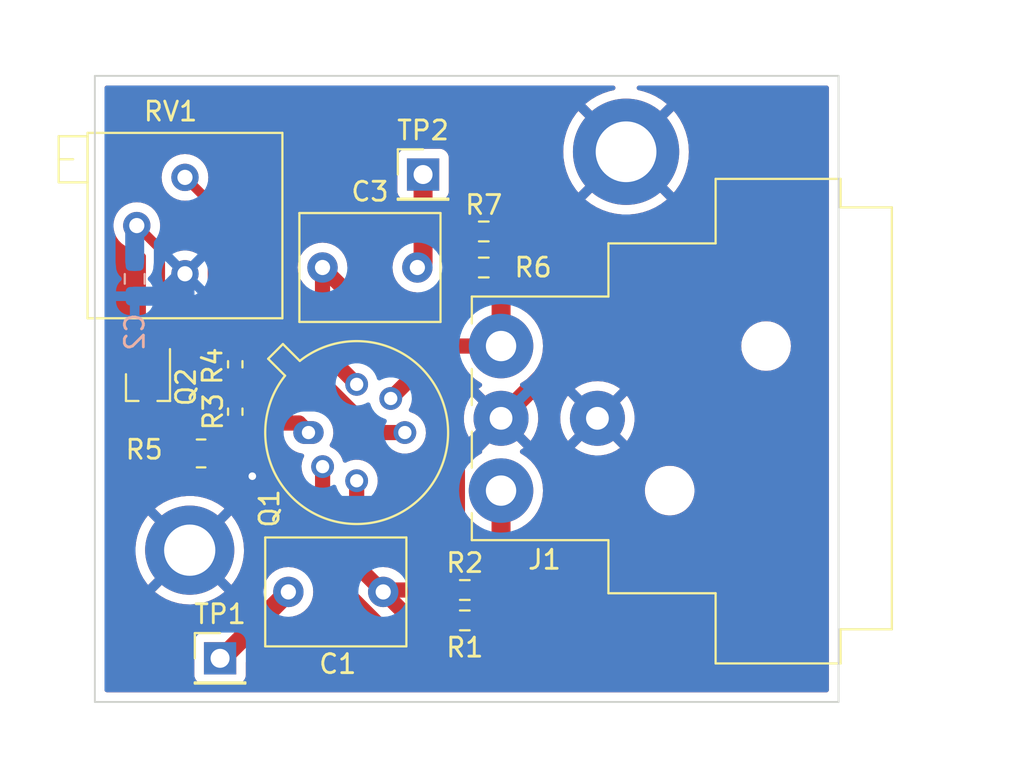
<source format=kicad_pcb>
(kicad_pcb (version 20211014) (generator pcbnew)

  (general
    (thickness 1.6)
  )

  (paper "A4")
  (layers
    (0 "F.Cu" signal)
    (31 "B.Cu" signal)
    (32 "B.Adhes" user "B.Adhesive")
    (33 "F.Adhes" user "F.Adhesive")
    (34 "B.Paste" user)
    (35 "F.Paste" user)
    (36 "B.SilkS" user "B.Silkscreen")
    (37 "F.SilkS" user "F.Silkscreen")
    (38 "B.Mask" user)
    (39 "F.Mask" user)
    (40 "Dwgs.User" user "User.Drawings")
    (41 "Cmts.User" user "User.Comments")
    (42 "Eco1.User" user "User.Eco1")
    (43 "Eco2.User" user "User.Eco2")
    (44 "Edge.Cuts" user)
    (45 "Margin" user)
    (46 "B.CrtYd" user "B.Courtyard")
    (47 "F.CrtYd" user "F.Courtyard")
    (48 "B.Fab" user)
    (49 "F.Fab" user)
    (50 "User.1" user)
    (51 "User.2" user)
    (52 "User.3" user)
    (53 "User.4" user)
    (54 "User.5" user)
    (55 "User.6" user)
    (56 "User.7" user)
    (57 "User.8" user)
    (58 "User.9" user)
  )

  (setup
    (stackup
      (layer "F.SilkS" (type "Top Silk Screen"))
      (layer "F.Paste" (type "Top Solder Paste"))
      (layer "F.Mask" (type "Top Solder Mask") (thickness 0.01))
      (layer "F.Cu" (type "copper") (thickness 0.035))
      (layer "dielectric 1" (type "core") (thickness 1.51) (material "FR4") (epsilon_r 4.5) (loss_tangent 0.02))
      (layer "B.Cu" (type "copper") (thickness 0.035))
      (layer "B.Mask" (type "Bottom Solder Mask") (thickness 0.01))
      (layer "B.Paste" (type "Bottom Solder Paste"))
      (layer "B.SilkS" (type "Bottom Silk Screen"))
      (copper_finish "None")
      (dielectric_constraints no)
    )
    (pad_to_mask_clearance 0)
    (pcbplotparams
      (layerselection 0x00010fc_ffffffff)
      (disableapertmacros false)
      (usegerberextensions false)
      (usegerberattributes true)
      (usegerberadvancedattributes true)
      (creategerberjobfile true)
      (svguseinch false)
      (svgprecision 6)
      (excludeedgelayer true)
      (plotframeref false)
      (viasonmask false)
      (mode 1)
      (useauxorigin false)
      (hpglpennumber 1)
      (hpglpenspeed 20)
      (hpglpendiameter 15.000000)
      (dxfpolygonmode true)
      (dxfimperialunits true)
      (dxfusepcbnewfont true)
      (psnegative false)
      (psa4output false)
      (plotreference true)
      (plotvalue true)
      (plotinvisibletext false)
      (sketchpadsonfab false)
      (subtractmaskfromsilk false)
      (outputformat 1)
      (mirror false)
      (drillshape 0)
      (scaleselection 1)
      (outputdirectory "preamp-gerbers/")
    )
  )

  (net 0 "")
  (net 1 "Net-(C1-Pad1)")
  (net 2 "Net-(C1-Pad2)")
  (net 3 "Net-(C2-Pad1)")
  (net 4 "GND")
  (net 5 "Net-(C3-Pad1)")
  (net 6 "Net-(C3-Pad2)")
  (net 7 "Net-(J1-Pad1)")
  (net 8 "Net-(J1-Pad2)")
  (net 9 "Net-(Q1-Pad1)")
  (net 10 "Net-(Q1-Pad4)")
  (net 11 "Net-(Q2-Pad2)")
  (net 12 "Net-(Q2-Pad3)")

  (footprint "Capacitor_THT:C_Rect_L7.2mm_W5.5mm_P5.00mm_FKS2_FKP2_MKS2_MKP2" (layer "F.Cu") (at 104 75.1))

  (footprint "Resistor_SMD:R_0402_1005Metric_Pad0.72x0.64mm_HandSolder" (layer "F.Cu") (at 99.4 80.2025 -90))

  (footprint "MountingHole:MountingHole_3.2mm_M3_DIN965_Pad" (layer "F.Cu") (at 120 69))

  (footprint "Resistor_SMD:R_0603_1608Metric_Pad0.98x0.95mm_HandSolder" (layer "F.Cu") (at 111.5 92.1))

  (footprint "Connector_Audio:Jack_XLR_Neutrik_NC3MAAH-0_Horizontal" (layer "F.Cu") (at 113.41 86.86 90))

  (footprint "Connector_PinHeader_2.54mm:PinHeader_1x01_P2.54mm_Vertical" (layer "F.Cu") (at 98.6 95.7))

  (footprint "Connector_PinHeader_2.54mm:PinHeader_1x01_P2.54mm_Vertical" (layer "F.Cu") (at 109.3 70.2))

  (footprint "Resistor_SMD:R_0402_1005Metric_Pad0.72x0.64mm_HandSolder" (layer "F.Cu") (at 99.4 82.7 90))

  (footprint "Capacitor_THT:C_Rect_L7.2mm_W5.5mm_P5.00mm_FKS2_FKP2_MKS2_MKP2" (layer "F.Cu") (at 102.2 92.2))

  (footprint "Package_TO_SOT_SMD:SOT-323_SC-70_Handsoldering" (layer "F.Cu") (at 94.8 81.4 -90))

  (footprint "Resistor_SMD:R_0805_2012Metric_Pad1.20x1.40mm_HandSolder" (layer "F.Cu") (at 97.6 84.9))

  (footprint "Package_TO_SOT_THT:TO-39-6" (layer "F.Cu") (at 103.26 83.8))

  (footprint "Resistor_SMD:R_0603_1608Metric_Pad0.98x0.95mm_HandSolder" (layer "F.Cu") (at 111.5 93.7 180))

  (footprint "Resistor_SMD:R_0603_1608Metric_Pad0.98x0.95mm_HandSolder" (layer "F.Cu") (at 112.5 73.2))

  (footprint "Resistor_SMD:R_0603_1608Metric_Pad0.98x0.95mm_HandSolder" (layer "F.Cu") (at 112.5 75.1 180))

  (footprint "MountingHole:MountingHole_2.7mm_M2.5_DIN965_Pad" (layer "F.Cu") (at 97 90))

  (footprint "Potentiometer_THT:Potentiometer_Bourns_3299P_Horizontal" (layer "F.Cu") (at 96.75 70.35))

  (footprint "Resistor_SMD:R_0603_1608Metric_Pad0.98x0.95mm_HandSolder" (layer "B.Cu") (at 94.1 75.7 -90))

  (gr_line (start 131.2 98) (end 92 98) (layer "Edge.Cuts") (width 0.1) (tstamp 052fad54-6e24-4dc3-99c3-c9a6ee2ec1c0))
  (gr_line (start 92 98) (end 92 65) (layer "Edge.Cuts") (width 0.1) (tstamp 3079a71c-4d58-4bc1-8da5-b858e303ef06))
  (gr_line (start 92 65) (end 131.2 65) (layer "Edge.Cuts") (width 0.1) (tstamp 75e47c45-fbef-4c9f-8492-6a9b3174fb45))
  (gr_line (start 131.2 65) (end 131.2 98) (layer "Edge.Cuts") (width 0.1) (tstamp b1012416-5233-4723-9461-14b191e99a67))

  (segment (start 98.7 95.7) (end 102.2 92.2) (width 1) (layer "F.Cu") (net 1) (tstamp 42e4cb40-0ece-44cc-a8b7-9eeef37d8531))
  (segment (start 98.6 95.7) (end 98.7 95.7) (width 1) (layer "F.Cu") (net 1) (tstamp e36bd79e-7f40-4377-ad2f-5461ad5f52ff))
  (segment (start 105.8 90.8) (end 107.2 92.2) (width 0.8) (layer "F.Cu") (net 2) (tstamp 1287c24a-43f9-4e19-b191-42a44fb20c68))
  (segment (start 110.5875 92.1) (end 107.3 92.1) (width 0.8) (layer "F.Cu") (net 2) (tstamp 58cd49c1-54df-43bb-905b-f12b312ada34))
  (segment (start 105.8 86.34) (end 105.8 90.8) (width 0.8) (layer "F.Cu") (net 2) (tstamp 8cfcfb56-5a53-4941-b671-e4dbae65a8ed))
  (segment (start 107.3 92.1) (end 107.2 92.2) (width 0.8) (layer "F.Cu") (net 2) (tstamp 967d2063-6120-4d9b-bb5a-8a9575db0ab8))
  (segment (start 108.7 93.7) (end 107.2 92.2) (width 0.8) (layer "F.Cu") (net 2) (tstamp a9a49cb1-d796-43c9-a4fc-6e6bcb9d94f7))
  (segment (start 110.5875 93.7) (end 108.7 93.7) (width 0.8) (layer "F.Cu") (net 2) (tstamp ddcdc9a8-43a4-40b1-8182-94c62b1e0375))
  (segment (start 95.45 80.07) (end 95.45 74.13) (width 0.5) (layer "F.Cu") (net 3) (tstamp 31438dce-0239-49d4-932b-36c10c4e4036))
  (segment (start 95.45 74.13) (end 94.21 72.89) (width 0.5) (layer "F.Cu") (net 3) (tstamp cc2d92be-2a64-46f8-bfff-f2f91337f148))
  (segment (start 94.1 73) (end 94.21 72.89) (width 1) (layer "B.Cu") (net 3) (tstamp 12d82afa-2903-43b3-9007-7cb8dcf98e2e))
  (segment (start 94.1 74.7875) (end 94.1 73) (width 1) (layer "B.Cu") (net 3) (tstamp 48a75277-5b2d-402e-9d74-81ee2dfbfd55))
  (segment (start 111.010489 90.697989) (end 111.010489 85.449511) (width 1) (layer "F.Cu") (net 4) (tstamp 00d494bf-13d2-4ee8-8926-7d52b2d962f4))
  (segment (start 112.4125 92.1) (end 111.010489 90.697989) (width 1) (layer "F.Cu") (net 4) (tstamp 27482bc9-7e97-40b5-884c-74bf813cac30))
  (segment (start 113.7 73.2) (end 116.5 76) (width 1) (layer "F.Cu") (net 4) (tstamp 2cae6ead-5c32-4569-92fd-f1bcb1d26b74))
  (segment (start 99 84.8) (end 100.3 86.1) (width 1) (layer "F.Cu") (net 4) (tstamp 484b1152-4acd-411f-83ac-5dfd6c63aa5d))
  (segment (start 116.5 76) (end 116.340489 76.159511) (width 1) (layer "F.Cu") (net 4) (tstamp 60f238e2-da3f-4b61-b6c4-4ff1de64dfb5))
  (segment (start 98.9125 84.8) (end 99 84.8) (width 1) (layer "F.Cu") (net 4) (tstamp b31459b2-b640-4009-ac19-11e0cba6bea8))
  (segment (start 116.340489 80.119511) (end 113.41 83.05) (width 1) (layer "F.Cu") (net 4) (tstamp c103e3b7-0ae2-4fb8-afec-ce39de4a5a8e))
  (segment (start 111.010489 85.449511) (end 113.41 83.05) (width 1) (layer "F.Cu") (net 4) (tstamp c175508c-418e-44ce-9d4b-2c2268441b2a))
  (segment (start 113.4125 73.2) (end 113.7 73.2) (width 1) (layer "F.Cu") (net 4) (tstamp d5bb0207-925f-42a3-a102-ff8d46976e08))
  (segment (start 116.340489 76.159511) (end 116.340489 80.119511) (width 1) (layer "F.Cu") (net 4) (tstamp eb5ec4ee-b714-4665-a21b-e27735f28289))
  (via (at 100.3 86.1) (size 0.8) (drill 0.4) (layers "F.Cu" "B.Cu") (net 4) (tstamp 44790fde-3f42-47d9-9129-4636b6a0205f))
  (segment (start 96.75 75.43) (end 96.75 82.55) (width 1) (layer "B.Cu") (net 4) (tstamp 260e5a89-b7f5-49b7-a355-20ae4890cd9e))
  (segment (start 101.839511 87.639511) (end 108.820489 87.639511) (width 1) (layer "B.Cu") (net 4) (tstamp 35af6bdd-53ff-42e4-b72a-2b3ff4a35922))
  (segment (start 108.820489 87.639511) (end 113.41 83.05) (width 1) (layer "B.Cu") (net 4) (tstamp 5d0d7524-b89d-4f6c-9d44-8457b02a6678))
  (segment (start 96.75 82.55) (end 100.3 86.1) (width 1) (layer "B.Cu") (net 4) (tstamp 624f6c88-3e01-4201-b39c-eb9c662fe4a0))
  (segment (start 95.5675 76.6125) (end 96.75 75.43) (width 1) (layer "B.Cu") (net 4) (tstamp 70b9a9ed-343f-48a9-b29a-f746b24669c9))
  (segment (start 100.3 86.1) (end 101.839511 87.639511) (width 1) (layer "B.Cu") (net 4) (tstamp 836cad68-155c-41fe-9ed1-34b208d84bd2))
  (segment (start 94.1 76.6125) (end 95.5675 76.6125) (width 1) (layer "B.Cu") (net 4) (tstamp 96d47713-3245-4ad8-8720-5a4f5c65664a))
  (segment (start 104 75.1) (end 106.6 77.7) (width 0.8) (layer "F.Cu") (net 5) (tstamp 2e5814b0-7418-4d8b-9225-5761e57effce))
  (segment (start 104 79.46) (end 105.8 81.26) (width 0.8) (layer "F.Cu") (net 5) (tstamp 438da56a-1b0d-4d75-99c6-f5d4b8faaaf4))
  (segment (start 104 75.1) (end 104 79.46) (width 0.8) (layer "F.Cu") (net 5) (tstamp af2f5001-ef30-4842-b1b1-4273c46ea40e))
  (segment (start 111.5875 75) (end 111.5875 75.3125) (width 1) (layer "F.Cu") (net 5) (tstamp befc5d29-1d54-4c34-b2c3-d026905fa8fb))
  (segment (start 111.5875 75.3125) (end 110.8 76.1) (width 1) (layer "F.Cu") (net 5) (tstamp c67e30b4-e5b8-40e8-8661-69301b60fbfa))
  (segment (start 110.8 76.1) (end 109.2 77.7) (width 0.8) (layer "F.Cu") (net 5) (tstamp d8c1b467-0b40-4616-be09-dc6a4917bad4))
  (segment (start 106.6 77.7) (end 109.2 77.7) (width 0.8) (layer "F.Cu") (net 5) (tstamp f548f245-6717-42a0-b8a7-503017179ae0))
  (segment (start 111.5875 73.4) (end 111.5875 75) (width 1) (layer "F.Cu") (net 5) (tstamp ff292e1d-67fe-4cb2-8208-dd88ba0db545))
  (segment (start 109.3 70.2) (end 109.3 74.8) (width 1) (layer "F.Cu") (net 6) (tstamp 27f1479e-590c-4a08-8796-a6b99afa13f7))
  (segment (start 109.3 74.8) (end 109 75.1) (width 1) (layer "F.Cu") (net 6) (tstamp d7ceb835-2320-4801-ae7f-ee3ca126e193))
  (segment (start 114.3 93.2) (end 113.8 93.7) (width 1) (layer "F.Cu") (net 7) (tstamp 303bd2d0-1fbc-449f-ac14-5ae2fa88e8b7))
  (segment (start 104.003949 85.596051) (end 104.003949 90.983158) (width 0.8) (layer "F.Cu") (net 7) (tstamp 31749cfd-63b9-405f-b3ab-7c7dd2e8f026))
  (segment (start 113.8 93.7) (end 112.4125 93.7) (width 1) (layer "F.Cu") (net 7) (tstamp 602d8450-f71b-4a69-9c1e-1fe6f478248b))
  (segment (start 113.41 86.86) (end 113.41 90.91) (width 1) (layer "F.Cu") (net 7) (tstamp 62a9f75d-0312-4651-aae5-e2e512b74943))
  (segment (start 107.795311 94.77452) (end 111.33798 94.77452) (width 0.8) (layer "F.Cu") (net 7) (tstamp 77b2d63e-9265-4b70-9d37-d7652bf0aadf))
  (segment (start 114.3 91.8) (end 114.3 93.2) (width 1) (layer "F.Cu") (net 7) (tstamp 968f0755-4ee8-4310-af32-e2408cbe9ad7))
  (segment (start 104.003949 90.983158) (end 107.795311 94.77452) (width 0.8) (layer "F.Cu") (net 7) (tstamp a01ac407-7c42-4fbf-b55c-92d401d89dbc))
  (segment (start 111.33798 94.77452) (end 112.4125 93.7) (width 0.8) (layer "F.Cu") (net 7) (tstamp bcb0dcc5-ca00-4929-9d8d-1a963652bafa))
  (segment (start 112.4125 93.7) (end 112.483725 93.7) (width 0.8) (layer "F.Cu") (net 7) (tstamp c69bf6e7-1e8b-42b2-9f78-23d4fd7acbba))
  (segment (start 113.41 90.91) (end 114.3 91.8) (width 1) (layer "F.Cu") (net 7) (tstamp f01855f9-bc47-4793-81fa-ab78c48cdc9a))
  (segment (start 113.4125 75.1) (end 113.4125 79.2375) (width 1) (layer "F.Cu") (net 8) (tstamp 4810af28-4b8b-44d7-ba06-489428a3b28c))
  (segment (start 113.4125 79.2375) (end 113.41 79.24) (width 1) (layer "F.Cu") (net 8) (tstamp 9cc2e8b8-0ffc-4f7f-84df-b83faf162a6b))
  (segment (start 107.596051 82.003949) (end 110.36 79.24) (width 0.8) (layer "F.Cu") (net 8) (tstamp c30b67fb-12fc-4b51-b69d-0ce0946cc758))
  (segment (start 110.36 79.24) (end 113.41 79.24) (width 0.8) (layer "F.Cu") (net 8) (tstamp dc85d0b5-5225-455d-939e-3f6fd035ca93))
  (segment (start 102.7575 83.2975) (end 103.26 83.8) (width 0.8) (layer "F.Cu") (net 9) (tstamp 3e864430-5c39-4b59-992e-3f1f42d6674a))
  (segment (start 99.4 83.2975) (end 102.7575 83.2975) (width 0.8) (layer "F.Cu") (net 9) (tstamp 47262fef-cec3-4534-bcea-755452d36c8c))
  (segment (start 99.4 79.605) (end 102.448634 79.605) (width 0.8) (layer "F.Cu") (net 10) (tstamp 8cfe0b1a-3d44-4632-9a16-39faa5cd0b84))
  (segment (start 106.643634 83.8) (end 108.34 83.8) (width 0.8) (layer "F.Cu") (net 10) (tstamp be22a03d-915d-45ff-abde-62d167383a68))
  (segment (start 102.448634 79.605) (end 106.643634 83.8) (width 0.8) (layer "F.Cu") (net 10) (tstamp fccca690-33f9-48e2-aa7a-611847ac603a))
  (segment (start 93.85048 82.24952) (end 93.85048 84.65048) (width 1) (layer "F.Cu") (net 11) (tstamp 21334618-8ea5-486c-b9b5-5dfbd4e69037))
  (segment (start 93.85048 84.65048) (end 94.1 84.9) (width 1) (layer "F.Cu") (net 11) (tstamp 330c1efc-b785-43cd-b8b2-63d6530d34e5))
  (segment (start 93.85048 80.36952) (end 93.85048 82.24952) (width 1) (layer "F.Cu") (net 11) (tstamp 71651520-3822-48a7-aae0-1cd62a48be56))
  (segment (start 95.3 84.9) (end 96.6 84.9) (width 1) (layer "F.Cu") (net 11) (tstamp 969612d7-a659-438c-badd-e0a134e5ff87))
  (segment (start 95.3 84.9) (end 94.595978 84.9) (width 1) (layer "F.Cu") (net 11) (tstamp a754849f-fa47-4609-9beb-d370a72a74d4))
  (segment (start 94.1 84.9) (end 95.3 84.9) (width 1) (layer "F.Cu") (net 11) (tstamp d62fea06-0a26-4bec-bd6e-95987c52c632))
  (segment (start 93.85048 84.154502) (end 93.85048 82.24952) (width 1) (layer "F.Cu") (net 11) (tstamp e3b87bc6-e04f-4678-9f8e-b6be4e55eba8))
  (segment (start 94.15 80.07) (end 93.85048 80.36952) (width 1) (layer "F.Cu") (net 11) (tstamp e9aa5a47-15b4-4dba-8613-754e484ead1c))
  (segment (start 94.595978 84.9) (end 93.85048 84.154502) (width 1) (layer "F.Cu") (net 11) (tstamp fbbc817d-aeaf-4362-836a-9a1ddc733a7c))
  (segment (start 98.5 81.5) (end 99.4 81.5) (width 0.5) (layer "F.Cu") (net 12) (tstamp 529e64fd-f75a-4e88-8699-475eaedf5005))
  (segment (start 98.2 81.2) (end 98.5 81.5) (width 0.5) (layer "F.Cu") (net 12) (tstamp 939a676b-fe22-499e-9864-e497b54ad3f9))
  (segment (start 97.27 82.73) (end 98.5 81.5) (width 0.5) (layer "F.Cu") (net 12) (tstamp 9ad0d6aa-4aa8-461f-b893-a36e85eb59a4))
  (segment (start 94.8 82.73) (end 97.27 82.73) (width 0.5) (layer "F.Cu") (net 12) (tstamp 9f9c0e00-9f67-4e2c-bccf-347e1fc61457))
  (segment (start 98.2 71.8) (end 98.2 81.2) (width 0.5) (layer "F.Cu") (net 12) (tstamp bc312004-25b0-4435-88a6-2b1a640f0360))
  (segment (start 99.4 81.5) (end 99.4 82.1025) (width 0.8) (layer "F.Cu") (net 12) (tstamp f6123df2-5b55-48e9-acf1-53eff676d1ae))
  (segment (start 99.4 80.8) (end 99.4 81.5) (width 0.8) (layer "F.Cu") (net 12) (tstamp f67363d7-b25d-4206-8532-5c1ad3c16b47))
  (segment (start 96.75 70.35) (end 98.2 71.8) (width 0.5) (layer "F.Cu") (net 12) (tstamp f818d74a-5ffc-4388-be9e-aa337070bc87))

  (zone (net 4) (net_name "GND") (layer "F.Cu") (tstamp 61890985-e243-4bdf-a9e6-b572255cbac3) (hatch edge 0.508)
    (connect_pads (clearance 0.508))
    (min_thickness 0.254) (filled_areas_thickness no)
    (fill yes (thermal_gap 0.508) (thermal_bridge_width 0.508))
    (polygon
      (pts
        (xy 138 100)
        (xy 89 100)
        (xy 90 62)
        (xy 138 62)
      )
    )
    (filled_polygon
      (layer "F.Cu")
      (pts
        (xy 119.383879 65.528502)
        (xy 119.430372 65.582158)
        (xy 119.440476 65.652432)
        (xy 119.410982 65.717012)
        (xy 119.351256 65.755396)
        (xy 119.3426 65.757608)
        (xy 119.123586 65.805361)
        (xy 119.117011 65.807172)
        (xy 118.783683 65.918702)
        (xy 118.777361 65.921205)
        (xy 118.458034 66.068079)
        (xy 118.451991 66.071265)
        (xy 118.150401 66.251763)
        (xy 118.144755 66.255571)
        (xy 117.864408 66.467596)
        (xy 117.859211 66.471987)
        (xy 117.857972 66.473155)
        (xy 117.84995 66.486862)
        (xy 117.849986 66.487704)
        (xy 117.855037 66.495826)
        (xy 119.98719 68.62798)
        (xy 120.001131 68.635592)
        (xy 120.002966 68.635461)
        (xy 120.00958 68.63121)
        (xy 122.142798 66.497991)
        (xy 122.150412 66.484047)
        (xy 122.150344 66.483089)
        (xy 122.145836 66.476272)
        (xy 122.144418 66.475065)
        (xy 121.864813 66.262064)
        (xy 121.859187 66.25824)
        (xy 121.558214 66.076681)
        (xy 121.552202 66.073484)
        (xy 121.23337 65.925487)
        (xy 121.22707 65.922967)
        (xy 120.894129 65.810273)
        (xy 120.887551 65.808437)
        (xy 120.657846 65.757513)
        (xy 120.595669 65.723241)
        (xy 120.561891 65.660795)
        (xy 120.567237 65.59)
        (xy 120.610009 65.533333)
        (xy 120.676627 65.508786)
        (xy 120.685117 65.5085)
        (xy 130.5655 65.5085)
        (xy 130.633621 65.528502)
        (xy 130.680114 65.582158)
        (xy 130.6915 65.6345)
        (xy 130.6915 97.3655)
        (xy 130.671498 97.433621)
        (xy 130.617842 97.480114)
        (xy 130.5655 97.4915)
        (xy 92.6345 97.4915)
        (xy 92.566379 97.471498)
        (xy 92.519886 97.417842)
        (xy 92.5085 97.3655)
        (xy 92.5085 92.195492)
        (xy 95.170049 92.195492)
        (xy 95.170067 92.195745)
        (xy 95.175981 92.204488)
        (xy 95.195672 92.222405)
        (xy 95.201304 92.226966)
        (xy 95.463062 92.415058)
        (xy 95.469192 92.418948)
        (xy 95.750831 92.575706)
        (xy 95.757351 92.578858)
        (xy 96.055151 92.702211)
        (xy 96.062002 92.704597)
        (xy 96.371989 92.792899)
        (xy 96.379078 92.794484)
        (xy 96.697171 92.846574)
        (xy 96.704377 92.847331)
        (xy 97.026352 92.862515)
        (xy 97.033602 92.862439)
        (xy 97.355178 92.840517)
        (xy 97.362387 92.839606)
        (xy 97.679319 92.780866)
        (xy 97.686349 92.779139)
        (xy 97.994445 92.684356)
        (xy 98.001222 92.681836)
        (xy 98.296389 92.552267)
        (xy 98.302829 92.548986)
        (xy 98.581143 92.386352)
        (xy 98.587176 92.382343)
        (xy 98.821689 92.206266)
        (xy 98.830143 92.194939)
        (xy 98.823398 92.182609)
        (xy 97.01281 90.37202)
        (xy 96.998869 90.364408)
        (xy 96.997034 90.364539)
        (xy 96.99042 90.36879)
        (xy 95.177663 92.181548)
        (xy 95.170049 92.195492)
        (xy 92.5085 92.195492)
        (xy 92.5085 89.913708)
        (xy 94.138665 89.913708)
        (xy 94.147102 90.235932)
        (xy 94.147708 90.243148)
        (xy 94.193126 90.562264)
        (xy 94.19456 90.569375)
        (xy 94.276356 90.881164)
        (xy 94.278593 90.888047)
        (xy 94.395679 91.188358)
        (xy 94.398699 91.194956)
        (xy 94.549532 91.479831)
        (xy 94.553278 91.486016)
        (xy 94.735856 91.751668)
        (xy 94.740291 91.757387)
        (xy 94.795061 91.82017)
        (xy 94.808233 91.828573)
        (xy 94.818084 91.822705)
        (xy 96.62798 90.01281)
        (xy 96.634357 90.001131)
        (xy 97.364408 90.001131)
        (xy 97.364539 90.002966)
        (xy 97.36879 90.00958)
        (xy 99.179776 91.820565)
        (xy 99.19313 91.827857)
        (xy 99.203102 91.820803)
        (xy 99.296013 91.709681)
        (xy 99.300329 91.70387)
        (xy 99.477308 91.434447)
        (xy 99.480922 91.428185)
        (xy 99.625759 91.140208)
        (xy 99.628632 91.13357)
        (xy 99.739407 90.830864)
        (xy 99.741503 90.823923)
        (xy 99.816751 90.510495)
        (xy 99.818035 90.503356)
        (xy 99.856858 90.182538)
        (xy 99.857282 90.176968)
        (xy 99.862755 90.002797)
        (xy 99.862682 89.997204)
        (xy 99.844079 89.674573)
        (xy 99.843247 89.667383)
        (xy 99.787828 89.34984)
        (xy 99.786173 89.342785)
        (xy 99.694627 89.033733)
        (xy 99.69217 89.026908)
        (xy 99.565706 88.730417)
        (xy 99.562485 88.723928)
        (xy 99.402773 88.443924)
        (xy 99.398841 88.437869)
        (xy 99.208003 88.178075)
        (xy 99.20676 88.176573)
        (xy 99.194037 88.169007)
        (xy 99.193431 88.169028)
        (xy 99.184951 88.17426)
        (xy 97.37202 89.98719)
        (xy 97.364408 90.001131)
        (xy 96.634357 90.001131)
        (xy 96.635592 89.998869)
        (xy 96.635461 89.997034)
        (xy 96.63121 89.99042)
        (xy 94.819218 88.178429)
        (xy 94.806425 88.171443)
        (xy 94.795671 88.179308)
        (xy 94.651419 88.36328)
        (xy 94.647284 88.369229)
        (xy 94.478856 88.644078)
        (xy 94.475445 88.650439)
        (xy 94.339724 88.942826)
        (xy 94.337056 88.949564)
        (xy 94.235845 89.255596)
        (xy 94.233969 89.2626)
        (xy 94.168604 89.578237)
        (xy 94.167547 89.585398)
        (xy 94.138893 89.906455)
        (xy 94.138665 89.913708)
        (xy 92.5085 89.913708)
        (xy 92.5085 87.807762)
        (xy 95.171846 87.807762)
        (xy 95.178241 87.81903)
        (xy 96.98719 89.62798)
        (xy 97.001131 89.635592)
        (xy 97.002966 89.635461)
        (xy 97.00958 89.63121)
        (xy 98.820675 87.820114)
        (xy 98.828067 87.806577)
        (xy 98.821279 87.796875)
        (xy 98.733637 87.722022)
        (xy 98.727849 87.717629)
        (xy 98.460314 87.537852)
        (xy 98.454091 87.534172)
        (xy 98.167643 87.386325)
        (xy 98.161032 87.383382)
        (xy 97.859507 87.269445)
        (xy 97.852581 87.267274)
        (xy 97.539957 87.188749)
        (xy 97.53285 87.187393)
        (xy 97.213273 87.145319)
        (xy 97.206031 87.144788)
        (xy 96.883759 87.139725)
        (xy 96.876497 87.140029)
        (xy 96.555761 87.172043)
        (xy 96.548613 87.173175)
        (xy 96.23367 87.241844)
        (xy 96.226692 87.243792)
        (xy 95.921727 87.348205)
        (xy 95.915033 87.350937)
        (xy 95.62409 87.48971)
        (xy 95.617735 87.493204)
        (xy 95.344694 87.664482)
        (xy 95.338766 87.668694)
        (xy 95.180316 87.795636)
        (xy 95.171846 87.807762)
        (xy 92.5085 87.807762)
        (xy 92.5085 80.365982)
        (xy 92.837106 80.365982)
        (xy 92.837899 80.374366)
        (xy 92.841421 80.411629)
        (xy 92.84198 80.423487)
        (xy 92.84198 84.092659)
        (xy 92.841243 84.106266)
        (xy 92.838445 84.132027)
        (xy 92.837156 84.14389)
        (xy 92.837693 84.150025)
        (xy 92.841501 84.193555)
        (xy 92.84198 84.204536)
        (xy 92.84198 84.588637)
        (xy 92.841243 84.602244)
        (xy 92.837962 84.632452)
        (xy 92.837156 84.639868)
        (xy 92.838689 84.657386)
        (xy 92.84153 84.689868)
        (xy 92.841859 84.694694)
        (xy 92.84198 84.697166)
        (xy 92.84198 84.700249)
        (xy 92.842941 84.710051)
        (xy 92.84617 84.742986)
        (xy 92.846292 84.744299)
        (xy 92.847408 84.757055)
        (xy 92.854393 84.836893)
        (xy 92.85588 84.842012)
        (xy 92.8564 84.847313)
        (xy 92.883271 84.936314)
        (xy 92.883606 84.937447)
        (xy 92.905958 85.01438)
        (xy 92.909571 85.026816)
        (xy 92.912024 85.031548)
        (xy 92.913564 85.036649)
        (xy 92.916458 85.042092)
        (xy 92.957211 85.11874)
        (xy 92.957823 85.119906)
        (xy 92.981153 85.164913)
        (xy 93.000588 85.202406)
        (xy 93.003911 85.206569)
        (xy 93.006414 85.211276)
        (xy 93.065235 85.283398)
        (xy 93.065926 85.284254)
        (xy 93.097218 85.323453)
        (xy 93.099722 85.325957)
        (xy 93.100364 85.326675)
        (xy 93.104065 85.331008)
        (xy 93.131415 85.364542)
        (xy 93.136163 85.36847)
        (xy 93.136164 85.368471)
        (xy 93.166738 85.393764)
        (xy 93.175517 85.401752)
        (xy 93.34315 85.569384)
        (xy 93.352252 85.579527)
        (xy 93.375968 85.609025)
        (xy 93.398628 85.628039)
        (xy 93.414421 85.641291)
        (xy 93.41807 85.644473)
        (xy 93.419883 85.646117)
        (xy 93.422075 85.648309)
        (xy 93.455276 85.67558)
        (xy 93.456164 85.676318)
        (xy 93.459072 85.678757)
        (xy 93.522753 85.732193)
        (xy 93.522756 85.732195)
        (xy 93.527474 85.736154)
        (xy 93.532147 85.738723)
        (xy 93.536262 85.742103)
        (xy 93.541691 85.745014)
        (xy 93.541694 85.745016)
        (xy 93.61818 85.786028)
        (xy 93.619338 85.786657)
        (xy 93.685998 85.823303)
        (xy 93.700787 85.831433)
        (xy 93.705865 85.833044)
        (xy 93.710563 85.835563)
        (xy 93.799498 85.862753)
        (xy 93.800702 85.863128)
        (xy 93.889306 85.891235)
        (xy 93.894597 85.891828)
        (xy 93.899698 85.893388)
        (xy 93.992311 85.902795)
        (xy 93.993431 85.902915)
        (xy 94.043227 85.9085)
        (xy 94.046756 85.9085)
        (xy 94.047739 85.908555)
        (xy 94.053426 85.909003)
        (xy 94.073683 85.91106)
        (xy 94.090336 85.912752)
        (xy 94.090339 85.912752)
        (xy 94.096463 85.913374)
        (xy 94.142112 85.909059)
        (xy 94.153969 85.9085)
        (xy 94.538074 85.9085)
        (xy 94.550807 85.909145)
        (xy 94.586312 85.912752)
        (xy 94.586317 85.912752)
        (xy 94.59244 85.913374)
        (xy 94.638086 85.909059)
        (xy 94.649945 85.9085)
        (xy 95.683694 85.9085)
        (xy 95.751815 85.928502)
        (xy 95.765702 85.939683)
        (xy 95.765771 85.939596)
        (xy 95.771517 85.944134)
        (xy 95.776697 85.949305)
        (xy 95.782927 85.953145)
        (xy 95.782928 85.953146)
        (xy 95.920288 86.037816)
        (xy 95.927262 86.042115)
        (xy 96.007005 86.068564)
        (xy 96.088611 86.095632)
        (xy 96.088613 86.095632)
        (xy 96.095139 86.097797)
        (xy 96.101975 86.098497)
        (xy 96.101978 86.098498)
        (xy 96.145031 86.102909)
        (xy 96.1996 86.1085)
        (xy 97.0004 86.1085)
        (xy 97.003646 86.108163)
        (xy 97.00365 86.108163)
        (xy 97.099308 86.098238)
        (xy 97.099312 86.098237)
        (xy 97.106166 86.097526)
        (xy 97.112702 86.095345)
        (xy 97.112704 86.095345)
        (xy 97.244806 86.051272)
        (xy 97.273946 86.04155)
        (xy 97.424348 85.948478)
        (xy 97.460012 85.912752)
        (xy 97.511138 85.861537)
        (xy 97.573421 85.827458)
        (xy 97.644241 85.832461)
        (xy 97.689329 85.861382)
        (xy 97.771829 85.943739)
        (xy 97.78324 85.952751)
        (xy 97.921243 86.037816)
        (xy 97.934424 86.043963)
        (xy 98.08871 86.095138)
        (xy 98.102086 86.098005)
        (xy 98.196438 86.107672)
        (xy 98.202854 86.108)
        (xy 98.327885 86.108)
        (xy 98.343124 86.103525)
        (xy 98.344329 86.102135)
        (xy 98.346 86.094452)
        (xy 98.346 86.089884)
        (xy 98.854 86.089884)
        (xy 98.858475 86.105123)
        (xy 98.859865 86.106328)
        (xy 98.867548 86.107999)
        (xy 98.997095 86.107999)
        (xy 99.003614 86.107662)
        (xy 99.099206 86.097743)
        (xy 99.1126 86.094851)
        (xy 99.266784 86.043412)
        (xy 99.279962 86.037239)
        (xy 99.417807 85.951937)
        (xy 99.429208 85.942901)
        (xy 99.543739 85.828171)
        (xy 99.552751 85.81676)
        (xy 99.637816 85.678757)
        (xy 99.643963 85.665576)
        (xy 99.695138 85.51129)
        (xy 99.698005 85.497914)
        (xy 99.707672 85.403562)
        (xy 99.708 85.397146)
        (xy 99.708 85.172115)
        (xy 99.703525 85.156876)
        (xy 99.702135 85.155671)
        (xy 99.694452 85.154)
        (xy 98.872115 85.154)
        (xy 98.856876 85.158475)
        (xy 98.855671 85.159865)
        (xy 98.854 85.167548)
        (xy 98.854 86.089884)
        (xy 98.346 86.089884)
        (xy 98.346 84.772)
        (xy 98.366002 84.703879)
        (xy 98.419658 84.657386)
        (xy 98.472 84.646)
        (xy 99.689884 84.646)
        (xy 99.705123 84.641525)
        (xy 99.706328 84.640135)
        (xy 99.707999 84.632452)
        (xy 99.707999 84.402905)
        (xy 99.707662 84.396388)
        (xy 99.70233 84.345004)
        (xy 99.715195 84.275183)
        (xy 99.763765 84.223401)
        (xy 99.827657 84.206)
        (xy 101.945764 84.206)
        (xy 102.013885 84.226002)
        (xy 102.060464 84.279848)
        (xy 102.092191 84.349627)
        (xy 102.094674 84.355087)
        (xy 102.217054 84.527611)
        (xy 102.36985 84.673881)
        (xy 102.547548 84.78862)
        (xy 102.607646 84.81284)
        (xy 102.738168 84.865442)
        (xy 102.738171 84.865443)
        (xy 102.743737 84.867686)
        (xy 102.775091 84.873809)
        (xy 102.931892 84.904431)
        (xy 102.994916 84.937119)
        (xy 103.030263 84.998691)
        (xy 103.02671 85.069599)
        (xy 103.019253 85.086757)
        (xy 102.975441 85.170029)
        (xy 102.915027 85.364594)
        (xy 102.891081 85.56691)
        (xy 102.904406 85.770202)
        (xy 102.954554 85.967661)
        (xy 103.039847 86.152675)
        (xy 103.04318 86.157391)
        (xy 103.072346 86.19866)
        (xy 103.095449 86.27138)
        (xy 103.095449 90.901741)
        (xy 103.093898 90.92145)
        (xy 103.091697 90.935348)
        (xy 103.092042 90.941935)
        (xy 103.092042 90.94194)
        (xy 103.094043 90.980116)
        (xy 103.077634 91.04919)
        (xy 103.026484 91.098427)
        (xy 102.956836 91.112195)
        (xy 102.895944 91.089922)
        (xy 102.890255 91.085938)
        (xy 102.856749 91.062477)
        (xy 102.851767 91.060154)
        (xy 102.851762 91.060151)
        (xy 102.654225 90.968039)
        (xy 102.654224 90.968039)
        (xy 102.649243 90.965716)
        (xy 102.643935 90.964294)
        (xy 102.643933 90.964293)
        (xy 102.433402 90.907881)
        (xy 102.4334 90.907881)
        (xy 102.428087 90.906457)
        (xy 102.2 90.886502)
        (xy 101.971913 90.906457)
        (xy 101.9666 90.907881)
        (xy 101.966598 90.907881)
        (xy 101.756067 90.964293)
        (xy 101.756065 90.964294)
        (xy 101.750757 90.965716)
        (xy 101.745776 90.968039)
        (xy 101.745775 90.968039)
        (xy 101.548238 91.060151)
        (xy 101.548233 91.060154)
        (xy 101.543251 91.062477)
        (xy 101.447974 91.129191)
        (xy 101.360211 91.190643)
        (xy 101.360208 91.190645)
        (xy 101.3557 91.193802)
        (xy 101.193802 91.3557)
        (xy 101.190645 91.360208)
        (xy 101.190643 91.360211)
        (xy 101.17588 91.381295)
        (xy 101.062477 91.543251)
        (xy 101.060154 91.548233)
        (xy 101.060151 91.548238)
        (xy 100.986502 91.706181)
        (xy 100.965716 91.750757)
        (xy 100.906457 91.971913)
        (xy 100.905978 91.977392)
        (xy 100.901308 92.03077)
        (xy 100.875445 92.096888)
        (xy 100.864882 92.108884)
        (xy 98.669171 94.304595)
        (xy 98.606859 94.338621)
        (xy 98.580076 94.3415)
        (xy 97.701866 94.3415)
        (xy 97.639684 94.348255)
        (xy 97.503295 94.399385)
        (xy 97.386739 94.486739)
        (xy 97.299385 94.603295)
        (xy 97.248255 94.739684)
        (xy 97.2415 94.801866)
        (xy 97.2415 96.598134)
        (xy 97.248255 96.660316)
        (xy 97.299385 96.796705)
        (xy 97.386739 96.913261)
        (xy 97.503295 97.000615)
        (xy 97.639684 97.051745)
        (xy 97.701866 97.0585)
        (xy 99.498134 97.0585)
        (xy 99.560316 97.051745)
        (xy 99.696705 97.000615)
        (xy 99.813261 96.913261)
        (xy 99.900615 96.796705)
        (xy 99.951745 96.660316)
        (xy 99.9585 96.598134)
        (xy 99.9585 95.919925)
        (xy 99.978502 95.851804)
        (xy 99.995405 95.83083)
        (xy 102.291117 93.535118)
        (xy 102.353429 93.501092)
        (xy 102.369229 93.498692)
        (xy 102.428087 93.493543)
        (xy 102.575859 93.453947)
        (xy 102.643933 93.435707)
        (xy 102.643935 93.435706)
        (xy 102.649243 93.434284)
        (xy 102.687231 93.41657)
        (xy 102.851762 93.339849)
        (xy 102.851767 93.339846)
        (xy 102.856749 93.337523)
        (xy 102.986659 93.246559)
        (xy 103.039789 93.209357)
        (xy 103.039792 93.209355)
        (xy 103.0443 93.206198)
        (xy 103.206198 93.0443)
        (xy 103.337523 92.856749)
        (xy 103.339846 92.851767)
        (xy 103.339849 92.851762)
        (xy 103.431961 92.654225)
        (xy 103.431961 92.654224)
        (xy 103.434284 92.649243)
        (xy 103.493543 92.428087)
        (xy 103.513498 92.2)
        (xy 103.513019 92.194524)
        (xy 103.503164 92.081878)
        (xy 103.517153 92.012274)
        (xy 103.566553 91.961281)
        (xy 103.635679 91.945091)
        (xy 103.702584 91.968844)
        (xy 103.71778 91.981802)
        (xy 107.09533 95.359352)
        (xy 107.108171 95.374385)
        (xy 107.116445 95.385773)
        (xy 107.121354 95.390193)
        (xy 107.16727 95.431536)
        (xy 107.172055 95.436077)
        (xy 107.18657 95.450592)
        (xy 107.189134 95.452668)
        (xy 107.202527 95.463514)
        (xy 107.207542 95.467798)
        (xy 107.253456 95.509139)
        (xy 107.253461 95.509143)
        (xy 107.258367 95.51356)
        (xy 107.264083 95.51686)
        (xy 107.264087 95.516863)
        (xy 107.270548 95.520593)
        (xy 107.286844 95.531793)
        (xy 107.297781 95.540649)
        (xy 107.303659 95.543644)
        (xy 107.303662 95.543646)
        (xy 107.358737 95.571708)
        (xy 107.364534 95.574856)
        (xy 107.418032 95.605743)
        (xy 107.423755 95.609047)
        (xy 107.437137 95.613395)
        (xy 107.455396 95.620958)
        (xy 107.467941 95.62735)
        (xy 107.474311 95.629057)
        (xy 107.474314 95.629058)
        (xy 107.513385 95.639527)
        (xy 107.534023 95.645057)
        (xy 107.540336 95.646927)
        (xy 107.605383 95.668062)
        (xy 107.619386 95.669534)
        (xy 107.638815 95.673135)
        (xy 107.652408 95.676777)
        (xy 107.659005 95.677123)
        (xy 107.659007 95.677123)
        (xy 107.720695 95.680356)
        (xy 107.727269 95.680873)
        (xy 107.744427 95.682676)
        (xy 107.744429 95.682676)
        (xy 107.747701 95.68302)
        (xy 107.768237 95.68302)
        (xy 107.774831 95.683193)
        (xy 107.836529 95.686427)
        (xy 107.836534 95.686427)
        (xy 107.843121 95.686772)
        (xy 107.849637 95.68574)
        (xy 107.849638 95.68574)
        (xy 107.857018 95.684571)
        (xy 107.876728 95.68302)
        (xy 111.256563 95.68302)
        (xy 111.276272 95.684571)
        (xy 111.29017 95.686772)
        (xy 111.296757 95.686427)
        (xy 111.296762 95.686427)
        (xy 111.35846 95.683193)
        (xy 111.365054 95.68302)
        (xy 111.38559 95.68302)
        (xy 111.388862 95.682676)
        (xy 111.388864 95.682676)
        (xy 111.406022 95.680873)
        (xy 111.412596 95.680356)
        (xy 111.474288 95.677123)
        (xy 111.474292 95.677122)
        (xy 111.480883 95.676777)
        (xy 111.487264 95.675067)
        (xy 111.487266 95.675067)
        (xy 111.494471 95.673137)
        (xy 111.513905 95.669535)
        (xy 111.521334 95.668754)
        (xy 111.521343 95.668752)
        (xy 111.527908 95.668062)
        (xy 111.592977 95.64692)
        (xy 111.599279 95.645053)
        (xy 111.66535 95.627349)
        (xy 111.677888 95.62096)
        (xy 111.696154 95.613395)
        (xy 111.703252 95.611089)
        (xy 111.703254 95.611088)
        (xy 111.709536 95.609047)
        (xy 111.768765 95.574851)
        (xy 111.774559 95.571705)
        (xy 111.83551 95.540649)
        (xy 111.846447 95.531793)
        (xy 111.862743 95.520593)
        (xy 111.869204 95.516863)
        (xy 111.869208 95.51686)
        (xy 111.874924 95.51356)
        (xy 111.87983 95.509143)
        (xy 111.879835 95.509139)
        (xy 111.925749 95.467798)
        (xy 111.930764 95.463514)
        (xy 111.944157 95.452668)
        (xy 111.946721 95.450592)
        (xy 111.961236 95.436077)
        (xy 111.966021 95.431536)
        (xy 112.011937 95.390193)
        (xy 112.016846 95.385773)
        (xy 112.02512 95.374385)
        (xy 112.037961 95.359352)
        (xy 112.651908 94.745405)
        (xy 112.71422 94.711379)
        (xy 112.741003 94.7085)
        (xy 113.738157 94.7085)
        (xy 113.751764 94.709237)
        (xy 113.783262 94.712659)
        (xy 113.783267 94.712659)
        (xy 113.789388 94.713324)
        (xy 113.815638 94.711027)
        (xy 113.839388 94.70895)
        (xy 113.844214 94.708621)
        (xy 113.846686 94.7085)
        (xy 113.849769 94.7085)
        (xy 113.861738 94.707326)
        (xy 113.892506 94.70431)
        (xy 113.893819 94.704188)
        (xy 113.938084 94.700315)
        (xy 113.986413 94.696087)
        (xy 113.991532 94.6946)
        (xy 113.996833 94.69408)
        (xy 114.085834 94.667209)
        (xy 114.086967 94.666874)
        (xy 114.170414 94.64263)
        (xy 114.170418 94.642628)
        (xy 114.176336 94.640909)
        (xy 114.181068 94.638456)
        (xy 114.186169 94.636916)
        (xy 114.233589 94.611703)
        (xy 114.26826 94.593269)
        (xy 114.269426 94.592657)
        (xy 114.346453 94.552729)
        (xy 114.351926 94.549892)
        (xy 114.356089 94.546569)
        (xy 114.360796 94.544066)
        (xy 114.432918 94.485245)
        (xy 114.433774 94.484554)
        (xy 114.472973 94.453262)
        (xy 114.475477 94.450758)
        (xy 114.476195 94.450116)
        (xy 114.480528 94.446415)
        (xy 114.514062 94.419065)
        (xy 114.543294 94.38373)
        (xy 114.551271 94.374964)
        (xy 114.969383 93.956851)
        (xy 114.979527 93.947749)
        (xy 115.004218 93.927897)
        (xy 115.009025 93.924032)
        (xy 115.041292 93.885578)
        (xy 115.044472 93.881931)
        (xy 115.046115 93.880119)
        (xy 115.048309 93.877925)
        (xy 115.075642 93.844651)
        (xy 115.076348 93.8438)
        (xy 115.132195 93.777244)
        (xy 115.136154 93.772526)
        (xy 115.138722 93.767856)
        (xy 115.142103 93.763739)
        (xy 115.186015 93.681842)
        (xy 115.186624 93.68072)
        (xy 115.228466 93.604611)
        (xy 115.228468 93.604606)
        (xy 115.231433 93.599213)
        (xy 115.233044 93.594135)
        (xy 115.235563 93.589437)
        (xy 115.262753 93.500502)
        (xy 115.263136 93.499272)
        (xy 115.264802 93.494022)
        (xy 115.291235 93.410694)
        (xy 115.291828 93.405403)
        (xy 115.293388 93.400302)
        (xy 115.294011 93.39417)
        (xy 115.294012 93.394164)
        (xy 115.302785 93.307784)
        (xy 115.302925 93.30647)
        (xy 115.308108 93.26027)
        (xy 115.308108 93.260265)
        (xy 115.3085 93.256773)
        (xy 115.3085 93.253248)
        (xy 115.308555 93.252263)
        (xy 115.309004 93.246559)
        (xy 115.312752 93.209666)
        (xy 115.312752 93.209661)
        (xy 115.313374 93.203538)
        (xy 115.309059 93.157889)
        (xy 115.3085 93.146032)
        (xy 115.3085 91.861843)
        (xy 115.309237 91.848236)
        (xy 115.312659 91.816738)
        (xy 115.312659 91.816733)
        (xy 115.313324 91.810612)
        (xy 115.30895 91.760612)
        (xy 115.308621 91.755786)
        (xy 115.3085 91.753314)
        (xy 115.3085 91.750231)
        (xy 115.304524 91.709681)
        (xy 115.30431 91.707494)
        (xy 115.304188 91.706181)
        (xy 115.296623 91.619718)
        (xy 115.296087 91.613587)
        (xy 115.2946 91.608468)
        (xy 115.29408 91.603167)
        (xy 115.267209 91.514166)
        (xy 115.266874 91.513033)
        (xy 115.24263 91.429586)
        (xy 115.242628 91.429582)
        (xy 115.240909 91.423664)
        (xy 115.238456 91.418932)
        (xy 115.236916 91.413831)
        (xy 115.219617 91.381295)
        (xy 115.193269 91.33174)
        (xy 115.192657 91.330574)
        (xy 115.152729 91.253547)
        (xy 115.149892 91.248074)
        (xy 115.146569 91.243911)
        (xy 115.144066 91.239204)
        (xy 115.085245 91.167082)
        (xy 115.084554 91.166226)
        (xy 115.053262 91.127027)
        (xy 115.050758 91.124523)
        (xy 115.050116 91.123805)
        (xy 115.046415 91.119472)
        (xy 115.019065 91.085938)
        (xy 114.983733 91.056709)
        (xy 114.974963 91.048728)
        (xy 114.455405 90.529171)
        (xy 114.42138 90.466858)
        (xy 114.4185 90.440075)
        (xy 114.4185 88.90346)
        (xy 114.438502 88.835339)
        (xy 114.488772 88.790454)
        (xy 114.489092 88.790296)
        (xy 114.51662 88.776721)
        (xy 114.757335 88.615881)
        (xy 114.760429 88.613168)
        (xy 114.760435 88.613163)
        (xy 114.971907 88.427705)
        (xy 114.974996 88.424996)
        (xy 115.02912 88.36328)
        (xy 115.163164 88.210434)
        (xy 115.163169 88.210427)
        (xy 115.165881 88.207335)
        (xy 115.326721 87.966619)
        (xy 115.454766 87.70697)
        (xy 115.513423 87.534172)
        (xy 115.546498 87.436738)
        (xy 115.546499 87.436734)
        (xy 115.547825 87.432828)
        (xy 115.557661 87.383382)
        (xy 115.6035 87.152929)
        (xy 115.6035 87.152926)
        (xy 115.604304 87.148886)
        (xy 115.604905 87.139725)
        (xy 115.622969 86.864119)
        (xy 115.623239 86.86)
        (xy 120.986502 86.86)
        (xy 121.006457 87.088087)
        (xy 121.007881 87.0934)
        (xy 121.007881 87.093402)
        (xy 121.021646 87.144771)
        (xy 121.065716 87.309243)
        (xy 121.068039 87.314224)
        (xy 121.068039 87.314225)
        (xy 121.160151 87.511762)
        (xy 121.160154 87.511767)
        (xy 121.162477 87.516749)
        (xy 121.293802 87.7043)
        (xy 121.4557 87.866198)
        (xy 121.460208 87.869355)
        (xy 121.460211 87.869357)
        (xy 121.538389 87.924098)
        (xy 121.643251 87.997523)
        (xy 121.648233 87.999846)
        (xy 121.648238 87.999849)
        (xy 121.845775 88.091961)
        (xy 121.850757 88.094284)
        (xy 121.856065 88.095706)
        (xy 121.856067 88.095707)
        (xy 122.066598 88.152119)
        (xy 122.0666 88.152119)
        (xy 122.071913 88.153543)
        (xy 122.17148 88.162254)
        (xy 122.240149 88.168262)
        (xy 122.240156 88.168262)
        (xy 122.242873 88.1685)
        (xy 122.357127 88.1685)
        (xy 122.359844 88.168262)
        (xy 122.359851 88.168262)
        (xy 122.42852 88.162254)
        (xy 122.528087 88.153543)
        (xy 122.5334 88.152119)
        (xy 122.533402 88.152119)
        (xy 122.743933 88.095707)
        (xy 122.743935 88.095706)
        (xy 122.749243 88.094284)
        (xy 122.754225 88.091961)
        (xy 122.951762 87.999849)
        (xy 122.951767 87.999846)
        (xy 122.956749 87.997523)
        (xy 123.061611 87.924098)
        (xy 123.139789 87.869357)
        (xy 123.139792 87.869355)
        (xy 123.1443 87.866198)
        (xy 123.306198 87.7043)
        (xy 123.437523 87.516749)
        (xy 123.439846 87.511767)
        (xy 123.439849 87.511762)
        (xy 123.531961 87.314225)
        (xy 123.531961 87.314224)
        (xy 123.534284 87.309243)
        (xy 123.578355 87.144771)
        (xy 123.592119 87.093402)
        (xy 123.592119 87.0934)
        (xy 123.593543 87.088087)
        (xy 123.613498 86.86)
        (xy 123.593543 86.631913)
        (xy 123.584961 86.599883)
        (xy 123.535707 86.416067)
        (xy 123.535706 86.416065)
        (xy 123.534284 86.410757)
        (xy 123.499567 86.336305)
        (xy 123.439849 86.208238)
        (xy 123.439846 86.208233)
        (xy 123.437523 86.203251)
        (xy 123.358142 86.089884)
        (xy 123.309357 86.020211)
        (xy 123.309355 86.020208)
        (xy 123.306198 86.0157)
        (xy 123.1443 85.853802)
        (xy 123.139792 85.850645)
        (xy 123.139789 85.850643)
        (xy 123.047509 85.786028)
        (xy 122.956749 85.722477)
        (xy 122.951767 85.720154)
        (xy 122.951762 85.720151)
        (xy 122.754225 85.628039)
        (xy 122.754224 85.628039)
        (xy 122.749243 85.625716)
        (xy 122.743935 85.624294)
        (xy 122.743933 85.624293)
        (xy 122.533402 85.567881)
        (xy 122.5334 85.567881)
        (xy 122.528087 85.566457)
        (xy 122.42852 85.557746)
        (xy 122.359851 85.551738)
        (xy 122.359844 85.551738)
        (xy 122.357127 85.5515)
        (xy 122.242873 85.5515)
        (xy 122.240156 85.551738)
        (xy 122.240149 85.551738)
        (xy 122.17148 85.557746)
        (xy 122.071913 85.566457)
        (xy 122.0666 85.567881)
        (xy 122.066598 85.567881)
        (xy 121.856067 85.624293)
        (xy 121.856065 85.624294)
        (xy 121.850757 85.625716)
        (xy 121.845776 85.628039)
        (xy 121.845775 85.628039)
        (xy 121.648238 85.720151)
        (xy 121.648233 85.720154)
        (xy 121.643251 85.722477)
        (xy 121.552491 85.786028)
        (xy 121.460211 85.850643)
        (xy 121.460208 85.850645)
        (xy 121.4557 85.853802)
        (xy 121.293802 86.0157)
        (xy 121.290645 86.020208)
        (xy 121.290643 86.020211)
        (xy 121.241858 86.089884)
        (xy 121.162477 86.203251)
        (xy 121.160154 86.208233)
        (xy 121.160151 86.208238)
        (xy 121.100433 86.336305)
        (xy 121.065716 86.410757)
        (xy 121.064294 86.416065)
        (xy 121.064293 86.416067)
        (xy 121.015039 86.599883)
        (xy 121.006457 86.631913)
        (xy 120.986502 86.86)
        (xy 115.623239 86.86)
        (xy 115.604304 86.571114)
        (xy 115.573464 86.416067)
        (xy 115.548631 86.291222)
        (xy 115.548629 86.291216)
        (xy 115.547825 86.287172)
        (xy 115.542465 86.27138)
        (xy 115.45609 86.01693)
        (xy 115.456089 86.016928)
        (xy 115.454766 86.01303)
        (xy 115.43498 85.972907)
        (xy 115.32855 85.75709)
        (xy 115.326721 85.753381)
        (xy 115.165881 85.512665)
        (xy 115.163169 85.509573)
        (xy 115.163164 85.509566)
        (xy 114.977705 85.298093)
        (xy 114.974996 85.295004)
        (xy 114.971733 85.292142)
        (xy 114.760435 85.106837)
        (xy 114.760429 85.106832)
        (xy 114.757335 85.104119)
        (xy 114.51662 84.943279)
        (xy 114.512922 84.941455)
        (xy 114.512911 84.941449)
        (xy 114.473219 84.921876)
        (xy 114.420969 84.873809)
        (xy 114.403002 84.805123)
        (xy 114.425021 84.737627)
        (xy 114.458944 84.704105)
        (xy 114.591318 84.615656)
        (xy 114.599606 84.605738)
        (xy 114.598383 84.603348)
        (xy 117.301819 84.603348)
        (xy 117.309209 84.61365)
        (xy 117.357808 84.653217)
        (xy 117.365084 84.65833)
        (xy 117.594999 84.79675)
        (xy 117.602913 84.800783)
        (xy 117.850048 84.905431)
        (xy 117.858453 84.908308)
        (xy 118.117873 84.977093)
        (xy 118.126585 84.978755)
        (xy 118.393114 85.0103)
        (xy 118.401979 85.010718)
        (xy 118.670278 85.004395)
        (xy 118.679133 85.003558)
        (xy 118.943864 84.959495)
        (xy 118.952498 84.957422)
        (xy 119.208383 84.876496)
        (xy 119.216644 84.873225)
        (xy 119.458567 84.757055)
        (xy 119.466292 84.752649)
        (xy 119.671318 84.615656)
        (xy 119.679606 84.605738)
        (xy 119.67235 84.59156)
        (xy 118.502812 83.422022)
        (xy 118.488868 83.414408)
        (xy 118.487035 83.414539)
        (xy 118.48042 83.41879)
        (xy 117.308985 84.590225)
        (xy 117.301819 84.603348)
        (xy 114.598383 84.603348)
        (xy 114.59235 84.59156)
        (xy 113.422812 83.422022)
        (xy 113.408868 83.414408)
        (xy 113.407035 83.414539)
        (xy 113.40042 83.41879)
        (xy 112.228985 84.590225)
        (xy 112.221819 84.603348)
        (xy 112.229209 84.61365)
        (xy 112.277808 84.653217)
        (xy 112.285084 84.65833)
        (xy 112.355927 84.700981)
        (xy 112.403971 84.753253)
        (xy 112.416127 84.823201)
        (xy 112.388537 84.888617)
        (xy 112.346665 84.921933)
        (xy 112.303381 84.943279)
        (xy 112.062665 85.104119)
        (xy 112.059573 85.106831)
        (xy 112.059566 85.106836)
        (xy 111.848239 85.292167)
        (xy 111.845004 85.295004)
        (xy 111.842295 85.298093)
        (xy 111.656836 85.509566)
        (xy 111.656831 85.509573)
        (xy 111.654119 85.512665)
        (xy 111.493279 85.753381)
        (xy 111.49145 85.75709)
        (xy 111.385021 85.972907)
        (xy 111.365234 86.01303)
        (xy 111.363911 86.016928)
        (xy 111.36391 86.01693)
        (xy 111.277536 86.27138)
        (xy 111.272175 86.287172)
        (xy 111.271371 86.291216)
        (xy 111.271369 86.291222)
        (xy 111.246536 86.416067)
        (xy 111.215696 86.571114)
        (xy 111.196761 86.86)
        (xy 111.197031 86.864119)
        (xy 111.215096 87.139725)
        (xy 111.215696 87.148886)
        (xy 111.2165 87.152926)
        (xy 111.2165 87.152929)
        (xy 111.26234 87.383382)
        (xy 111.272175 87.432828)
        (xy 111.273501 87.436734)
        (xy 111.273502 87.436738)
        (xy 111.306577 87.534172)
        (xy 111.365234 87.70697)
        (xy 111.493279 87.966619)
        (xy 111.654119 88.207335)
        (xy 111.656831 88.210427)
        (xy 111.656836 88.210434)
        (xy 111.79088 88.36328)
        (xy 111.845004 88.424996)
        (xy 111.848093 88.427705)
        (xy 112.059565 88.613163)
        (xy 112.059571 88.613168)
        (xy 112.062665 88.615881)
        (xy 112.30338 88.776721)
        (xy 112.330908 88.790296)
        (xy 112.331228 88.790454)
        (xy 112.383477 88.838522)
        (xy 112.4015 88.90346)
        (xy 112.4015 90.848157)
        (xy 112.400763 90.861764)
        (xy 112.398024 90.886981)
        (xy 112.396676 90.899388)
        (xy 112.397419 90.907881)
        (xy 112.40105 90.949388)
        (xy 112.401379 90.954214)
        (xy 112.4015 90.95669)
        (xy 112.4015 90.959769)
        (xy 112.4018 90.962827)
        (xy 112.401801 90.96285)
        (xy 112.403356 90.978702)
        (xy 112.390099 91.04845)
        (xy 112.341237 91.099958)
        (xy 112.277958 91.117)
        (xy 112.116234 91.117)
        (xy 112.109718 91.117337)
        (xy 112.015868 91.127075)
        (xy 112.002472 91.129968)
        (xy 111.851047 91.180488)
        (xy 111.837885 91.186653)
        (xy 111.702508 91.270426)
        (xy 111.69111 91.27946)
        (xy 111.589607 91.38114)
        (xy 111.527324 91.415219)
        (xy 111.456504 91.410216)
        (xy 111.411416 91.381295)
        (xy 111.385777 91.3557)
        (xy 111.303003 91.273071)
        (xy 111.296772 91.26923)
        (xy 111.16115 91.185631)
        (xy 111.161148 91.18563)
        (xy 111.15492 91.181791)
        (xy 110.989809 91.127026)
        (xy 110.982973 91.126326)
        (xy 110.98297 91.126325)
        (xy 110.931474 91.121049)
        (xy 110.887072 91.1165)
        (xy 110.287928 91.1165)
        (xy 110.284682 91.116837)
        (xy 110.284678 91.116837)
        (xy 110.190765 91.126581)
        (xy 110.190761 91.126582)
        (xy 110.183907 91.127293)
        (xy 110.177371 91.129474)
        (xy 110.177369 91.129474)
        (xy 110.018893 91.182346)
        (xy 110.018584 91.181419)
        (xy 109.9733 91.1915)
        (xy 108.08074 91.1915)
        (xy 108.008469 91.168713)
        (xy 107.95828 91.13357)
        (xy 107.856749 91.062477)
        (xy 107.851767 91.060154)
        (xy 107.851762 91.060151)
        (xy 107.654225 90.968039)
        (xy 107.654224 90.968039)
        (xy 107.649243 90.965716)
        (xy 107.643935 90.964294)
        (xy 107.643933 90.964293)
        (xy 107.433402 90.907881)
        (xy 107.4334 90.907881)
        (xy 107.428087 90.906457)
        (xy 107.422611 90.905978)
        (xy 107.422606 90.905977)
        (xy 107.277267 90.893262)
        (xy 107.214249 90.887749)
        (xy 107.148131 90.861886)
        (xy 107.136136 90.851323)
        (xy 106.745405 90.460592)
        (xy 106.711379 90.39828)
        (xy 106.7085 90.371497)
        (xy 106.7085 87.019425)
        (xy 106.724564 86.957862)
        (xy 106.817004 86.792799)
        (xy 106.81886 86.787332)
        (xy 106.818862 86.787327)
        (xy 106.880634 86.605352)
        (xy 106.880635 86.605347)
        (xy 106.88249 86.599883)
        (xy 106.911723 86.398263)
        (xy 106.913249 86.34)
        (xy 106.894608 86.137126)
        (xy 106.89304 86.131566)
        (xy 106.840875 85.946606)
        (xy 106.840874 85.946604)
        (xy 106.839307 85.941047)
        (xy 106.825661 85.913374)
        (xy 106.751756 85.76351)
        (xy 106.749201 85.758329)
        (xy 106.737085 85.742103)
        (xy 106.630758 85.599715)
        (xy 106.630758 85.599714)
        (xy 106.627305 85.595091)
        (xy 106.477703 85.4568)
        (xy 106.431675 85.427759)
        (xy 106.310288 85.351169)
        (xy 106.310283 85.351167)
        (xy 106.305404 85.348088)
        (xy 106.11618 85.272595)
        (xy 105.916366 85.232849)
        (xy 105.910592 85.232773)
        (xy 105.910588 85.232773)
        (xy 105.807452 85.231424)
        (xy 105.712655 85.230183)
        (xy 105.706958 85.231162)
        (xy 105.706957 85.231162)
        (xy 105.517567 85.263705)
        (xy 105.51187 85.264684)
        (xy 105.320734 85.335198)
        (xy 105.257596 85.372761)
        (xy 105.188827 85.390401)
        (xy 105.121437 85.368061)
        (xy 105.076823 85.312833)
        (xy 105.071905 85.298678)
        (xy 105.044824 85.202657)
        (xy 105.044823 85.202655)
        (xy 105.043256 85.197098)
        (xy 105.032629 85.175547)
        (xy 104.955705 85.019561)
        (xy 104.95315 85.01438)
        (xy 104.941435 84.998691)
        (xy 104.834707 84.855766)
        (xy 104.834707 84.855765)
        (xy 104.831254 84.851142)
        (xy 104.714252 84.742986)
        (xy 104.685892 84.71677)
        (xy 104.685889 84.716768)
        (xy 104.681652 84.712851)
        (xy 104.613319 84.669736)
        (xy 104.514237 84.60722)
        (xy 104.514232 84.607218)
        (xy 104.509353 84.604139)
        (xy 104.454641 84.582311)
        (xy 104.398781 84.53849)
        (xy 104.375481 84.471426)
        (xy 104.392266 84.402188)
        (xy 104.472473 84.263546)
        (xy 104.541861 84.063729)
        (xy 104.54343 84.05291)
        (xy 104.571352 83.860336)
        (xy 104.571352 83.860333)
        (xy 104.572213 83.854396)
        (xy 104.562433 83.643101)
        (xy 104.526306 83.493197)
        (xy 104.514281 83.443299)
        (xy 104.51428 83.443297)
        (xy 104.512875 83.437466)
        (xy 104.504384 83.41879)
        (xy 104.432622 83.26096)
        (xy 104.425326 83.244913)
        (xy 104.365415 83.160454)
        (xy 104.342317 83.09332)
        (xy 104.359181 83.024355)
        (xy 104.410653 82.975456)
        (xy 104.480391 82.962147)
        (xy 104.546254 82.988654)
        (xy 104.55728 82.998459)
        (xy 105.943653 84.384832)
        (xy 105.956494 84.399865)
        (xy 105.964768 84.411253)
        (xy 105.969677 84.415673)
        (xy 106.015593 84.457016)
        (xy 106.020378 84.461557)
        (xy 106.034893 84.476072)
        (xy 106.037457 84.478148)
        (xy 106.05085 84.488994)
        (xy 106.055865 84.493278)
        (xy 106.101779 84.534619)
        (xy 106.101784 84.534623)
        (xy 106.10669 84.53904)
        (xy 106.112406 84.54234)
        (xy 106.11241 84.542343)
        (xy 106.118871 84.546073)
        (xy 106.135167 84.557273)
        (xy 106.146104 84.566129)
        (xy 106.151982 84.569124)
        (xy 106.151985 84.569126)
        (xy 106.20706 84.597188)
        (xy 106.212857 84.600336)
        (xy 106.266357 84.631224)
        (xy 106.272078 84.634527)
        (xy 106.28546 84.638875)
        (xy 106.303719 84.646438)
        (xy 106.316264 84.65283)
        (xy 106.322634 84.654537)
        (xy 106.322637 84.654538)
        (xy 106.361708 84.665007)
        (xy 106.382346 84.670537)
        (xy 106.388659 84.672407)
        (xy 106.453706 84.693542)
        (xy 106.467652 84.695008)
        (xy 106.467709 84.695014)
        (xy 106.487138 84.698615)
        (xy 106.500731 84.702257)
        (xy 106.507328 84.702603)
        (xy 106.50733 84.702603)
        (xy 106.569018 84.705836)
        (xy 106.575592 84.706353)
        (xy 106.59275 84.708156)
        (xy 106.592752 84.708156)
        (xy 106.596024 84.7085)
        (xy 106.61656 84.7085)
        (xy 106.623154 84.708673)
        (xy 106.684852 84.711907)
        (xy 106.684857 84.711907)
        (xy 106.691444 84.712252)
        (xy 106.705342 84.710051)
        (xy 106.725051 84.7085)
        (xy 107.666055 84.7085)
        (xy 107.736057 84.729735)
        (xy 107.776945 84.757055)
        (xy 107.808803 84.778342)
        (xy 107.814106 84.78062)
        (xy 107.814109 84.780622)
        (xy 107.971636 84.848301)
        (xy 107.995987 84.858763)
        (xy 108.062481 84.873809)
        (xy 108.189055 84.90245)
        (xy 108.18906 84.902451)
        (xy 108.194692 84.903725)
        (xy 108.200463 84.903952)
        (xy 108.200465 84.903952)
        (xy 108.26347 84.906427)
        (xy 108.398263 84.911723)
        (xy 108.599883 84.88249)
        (xy 108.605347 84.880635)
        (xy 108.605352 84.880634)
        (xy 108.787327 84.818862)
        (xy 108.787332 84.81886)
        (xy 108.792799 84.817004)
        (xy 108.970551 84.717458)
        (xy 109.127186 84.587186)
        (xy 109.257458 84.430551)
        (xy 109.348078 84.268737)
        (xy 109.35418 84.257842)
        (xy 109.354181 84.25784)
        (xy 109.357004 84.252799)
        (xy 109.35886 84.247332)
        (xy 109.358862 84.247327)
        (xy 109.420634 84.065352)
        (xy 109.420635 84.065347)
        (xy 109.42249 84.059883)
        (xy 109.451723 83.858263)
        (xy 109.453249 83.8)
        (xy 109.439383 83.649091)
        (xy 109.435137 83.60288)
        (xy 109.435136 83.602877)
        (xy 109.434608 83.597126)
        (xy 109.405297 83.493199)
        (xy 109.380875 83.406606)
        (xy 109.380874 83.406604)
        (xy 109.379307 83.401047)
        (xy 109.375333 83.392987)
        (xy 109.291756 83.22351)
        (xy 109.289201 83.218329)
        (xy 109.167305 83.055091)
        (xy 109.099912 82.992793)
        (xy 111.448142 82.992793)
        (xy 111.458678 83.26096)
        (xy 111.459653 83.269789)
        (xy 111.507869 83.533799)
        (xy 111.510078 83.542401)
        (xy 111.595012 83.796979)
        (xy 111.598416 83.805196)
        (xy 111.718374 84.04527)
        (xy 111.722893 84.05291)
        (xy 111.845408 84.230176)
        (xy 111.85573 84.238531)
        (xy 111.869383 84.231407)
        (xy 113.037978 83.062812)
        (xy 113.044356 83.051132)
        (xy 113.774408 83.051132)
        (xy 113.774539 83.052965)
        (xy 113.77879 83.05958)
        (xy 114.951007 84.231797)
        (xy 114.964407 84.239114)
        (xy 114.974311 84.232127)
        (xy 114.995237 84.207233)
        (xy 115.000457 84.200047)
        (xy 115.14248 83.972321)
        (xy 115.146632 83.964481)
        (xy 115.255151 83.719014)
        (xy 115.258161 83.710653)
        (xy 115.331005 83.452365)
        (xy 115.332809 83.443657)
        (xy 115.368701 83.17644)
        (xy 115.369229 83.170047)
        (xy 115.372901 83.053222)
        (xy 115.372774 83.046779)
        (xy 115.368951 82.992793)
        (xy 116.528142 82.992793)
        (xy 116.538678 83.26096)
        (xy 116.539653 83.269789)
        (xy 116.587869 83.533799)
        (xy 116.590078 83.542401)
        (xy 116.675012 83.796979)
        (xy 116.678416 83.805196)
        (xy 116.798374 84.04527)
        (xy 116.802893 84.05291)
        (xy 116.925408 84.230176)
        (xy 116.93573 84.238531)
        (xy 116.949383 84.231407)
        (xy 118.117978 83.062812)
        (xy 118.124356 83.051132)
        (xy 118.854408 83.051132)
        (xy 118.854539 83.052965)
        (xy 118.85879 83.05958)
        (xy 120.031007 84.231797)
        (xy 120.044407 84.239114)
        (xy 120.054311 84.232127)
        (xy 120.075237 84.207233)
        (xy 120.080457 84.200047)
        (xy 120.22248 83.972321)
        (xy 120.226632 83.964481)
        (xy 120.335151 83.719014)
        (xy 120.338161 83.710653)
        (xy 120.411005 83.452365)
        (xy 120.412809 83.443657)
        (xy 120.448701 83.17644)
        (xy 120.449229 83.170047)
        (xy 120.452901 83.053222)
        (xy 120.452774 83.046779)
        (xy 120.433733 82.777863)
        (xy 120.43248 82.769053)
        (xy 120.375994 82.506687)
        (xy 120.373518 82.498166)
        (xy 120.280627 82.246373)
        (xy 120.276972 82.238278)
        (xy 120.149533 82.002093)
        (xy 120.144771 81.994588)
        (xy 120.053512 81.871033)
        (xy 120.042387 81.862593)
        (xy 120.029791 81.869419)
        (xy 118.862022 83.037188)
        (xy 118.854408 83.051132)
        (xy 118.124356 83.051132)
        (xy 118.125592 83.048868)
        (xy 118.125461 83.047035)
        (xy 118.12121 83.04042)
        (xy 116.950215 81.869425)
        (xy 116.937374 81.862413)
        (xy 116.926685 81.870208)
        (xy 116.869194 81.943134)
        (xy 116.864203 81.950478)
        (xy 116.729404 82.182552)
        (xy 116.7255 82.190522)
        (xy 116.624745 82.439273)
        (xy 116.622001 82.447717)
        (xy 116.557301 82.708182)
        (xy 116.555774 82.716933)
        (xy 116.528421 82.983909)
        (xy 116.528142 82.992793)
        (xy 115.368951 82.992793)
        (xy 115.353733 82.777863)
        (xy 115.35248 82.769053)
        (xy 115.295994 82.506687)
        (xy 115.293518 82.498166)
        (xy 115.200627 82.246373)
        (xy 115.196972 82.238278)
        (xy 115.069533 82.002093)
        (xy 115.064771 81.994588)
        (xy 114.973512 81.871033)
        (xy 114.962387 81.862593)
        (xy 114.949791 81.869419)
        (xy 113.782022 83.037188)
        (xy 113.774408 83.051132)
        (xy 113.044356 83.051132)
        (xy 113.045592 83.048868)
        (xy 113.045461 83.047035)
        (xy 113.04121 83.04042)
        (xy 111.870215 81.869425)
        (xy 111.857374 81.862413)
        (xy 111.846685 81.870208)
        (xy 111.789194 81.943134)
        (xy 111.784203 81.950478)
        (xy 111.649404 82.182552)
        (xy 111.6455 82.190522)
        (xy 111.544745 82.439273)
        (xy 111.542001 82.447717)
        (xy 111.477301 82.708182)
        (xy 111.475774 82.716933)
        (xy 111.448421 82.983909)
        (xy 111.448142 82.992793)
        (xy 109.099912 82.992793)
        (xy 109.066759 82.962147)
        (xy 109.021943 82.920719)
        (xy 109.02194 82.920717)
        (xy 109.017703 82.9168)
        (xy 108.971675 82.887759)
        (xy 108.850288 82.811169)
        (xy 108.850283 82.811167)
        (xy 108.845404 82.808088)
        (xy 108.65618 82.732595)
        (xy 108.650511 82.731467)
        (xy 108.65051 82.731467)
        (xy 108.648465 82.73106)
        (xy 108.647589 82.730602)
        (xy 108.644974 82.729827)
        (xy 108.645126 82.729313)
        (xy 108.585557 82.698149)
        (xy 108.550428 82.636453)
        (xy 108.554231 82.565558)
        (xy 108.563114 82.545925)
        (xy 108.613055 82.456748)
        (xy 108.614911 82.451281)
        (xy 108.614913 82.451276)
        (xy 108.676685 82.269301)
        (xy 108.676686 82.269296)
        (xy 108.678541 82.263832)
        (xy 108.682297 82.237928)
        (xy 108.711868 82.173383)
        (xy 108.717898 82.166915)
        (xy 110.699408 80.185405)
        (xy 110.76172 80.151379)
        (xy 110.788503 80.1485)
        (xy 111.317225 80.1485)
        (xy 111.385346 80.168502)
        (xy 111.430231 80.218771)
        (xy 111.493279 80.346619)
        (xy 111.654119 80.587335)
        (xy 111.656831 80.590427)
        (xy 111.656836 80.590434)
        (xy 111.796003 80.749122)
        (xy 111.845004 80.804996)
        (xy 111.848093 80.807705)
        (xy 112.059565 80.993163)
        (xy 112.059571 80.993168)
        (xy 112.062665 80.995881)
        (xy 112.30338 81.156721)
        (xy 112.307078 81.158545)
        (xy 112.307089 81.158551)
        (xy 112.344238 81.17687)
        (xy 112.396488 81.224937)
        (xy 112.414455 81.293623)
        (xy 112.392436 81.361119)
        (xy 112.361769 81.392391)
        (xy 112.230603 81.486123)
        (xy 112.2222 81.496845)
        (xy 112.22918 81.50997)
        (xy 113.397188 82.677978)
        (xy 113.411132 82.685592)
        (xy 113.412965 82.685461)
        (xy 113.41958 82.68121)
        (xy 114.590479 81.510311)
        (xy 114.597333 81.497759)
        (xy 114.596655 81.496845)
        (xy 117.3022 81.496845)
        (xy 117.30918 81.50997)
        (xy 118.477188 82.677978)
        (xy 118.491132 82.685592)
        (xy 118.492965 82.685461)
        (xy 118.49958 82.68121)
        (xy 119.670479 81.510311)
        (xy 119.677333 81.497759)
        (xy 119.669126 81.486689)
        (xy 119.571274 81.41201)
        (xy 119.563849 81.407133)
        (xy 119.329696 81.276001)
        (xy 119.321643 81.272212)
        (xy 119.071357 81.175383)
        (xy 119.062867 81.172771)
        (xy 118.80142 81.112172)
        (xy 118.792642 81.110782)
        (xy 118.525265 81.087624)
        (xy 118.516394 81.087484)
        (xy 118.248414 81.102232)
        (xy 118.239604 81.103346)
        (xy 117.976381 81.155704)
        (xy 117.967823 81.158045)
        (xy 117.714588 81.246975)
        (xy 117.706454 81.250495)
        (xy 117.468285 81.374214)
        (xy 117.460713 81.378854)
        (xy 117.310603 81.486123)
        (xy 117.3022 81.496845)
        (xy 114.596655 81.496845)
        (xy 114.589126 81.486689)
        (xy 114.491274 81.41201)
        (xy 114.483848 81.407132)
        (xy 114.470378 81.399589)
        (xy 114.420715 81.348852)
        (xy 114.406366 81.279321)
        (xy 114.431887 81.21307)
        (xy 114.476214 81.176647)
        (xy 114.512916 81.158548)
        (xy 114.512921 81.158545)
        (xy 114.51662 81.156721)
        (xy 114.757335 80.995881)
        (xy 114.760429 80.993168)
        (xy 114.760435 80.993163)
        (xy 114.971907 80.807705)
        (xy 114.974996 80.804996)
        (xy 115.023997 80.749122)
        (xy 115.163164 80.590434)
        (xy 115.163169 80.590427)
        (xy 115.165881 80.587335)
        (xy 115.326721 80.346619)
        (xy 115.406223 80.185405)
        (xy 115.452944 80.090665)
        (xy 115.452945 80.090663)
        (xy 115.454766 80.08697)
        (xy 115.491019 79.980172)
        (xy 115.546498 79.816738)
        (xy 115.546499 79.816734)
        (xy 115.547825 79.812828)
        (xy 115.548976 79.807045)
        (xy 115.6035 79.532929)
        (xy 115.6035 79.532926)
        (xy 115.604304 79.528886)
        (xy 115.623239 79.24)
        (xy 126.066502 79.24)
        (xy 126.086457 79.468087)
        (xy 126.087881 79.4734)
        (xy 126.087881 79.473402)
        (xy 126.135259 79.650216)
        (xy 126.145716 79.689243)
        (xy 126.148039 79.694224)
        (xy 126.148039 79.694225)
        (xy 126.240151 79.891762)
        (xy 126.240154 79.891767)
        (xy 126.242477 79.896749)
        (xy 126.297925 79.975937)
        (xy 126.363489 80.069571)
        (xy 126.373802 80.0843)
        (xy 126.5357 80.246198)
        (xy 126.540208 80.249355)
        (xy 126.540211 80.249357)
        (xy 126.566962 80.268088)
        (xy 126.723251 80.377523)
        (xy 126.728233 80.379846)
        (xy 126.728238 80.379849)
        (xy 126.925775 80.471961)
        (xy 126.930757 80.474284)
        (xy 126.936065 80.475706)
        (xy 126.936067 80.475707)
        (xy 127.146598 80.532119)
        (xy 127.1466 80.532119)
        (xy 127.151913 80.533543)
        (xy 127.25148 80.542254)
        (xy 127.320149 80.548262)
        (xy 127.320156 80.548262)
        (xy 127.322873 80.5485)
        (xy 127.437127 80.5485)
        (xy 127.439844 80.548262)
        (xy 127.439851 80.548262)
        (xy 127.50852 80.542254)
        (xy 127.608087 80.533543)
        (xy 127.6134 80.532119)
        (xy 127.613402 80.532119)
        (xy 127.823933 80.475707)
        (xy 127.823935 80.475706)
        (xy 127.829243 80.474284)
        (xy 127.834225 80.471961)
        (xy 128.031762 80.379849)
        (xy 128.031767 80.379846)
        (xy 128.036749 80.377523)
        (xy 128.193038 80.268088)
        (xy 128.219789 80.249357)
        (xy 128.219792 80.249355)
        (xy 128.2243 80.246198)
        (xy 128.386198 80.0843)
        (xy 128.396512 80.069571)
        (xy 128.462075 79.975937)
        (xy 128.517523 79.896749)
        (xy 128.519846 79.891767)
        (xy 128.519849 79.891762)
        (xy 128.611961 79.694225)
        (xy 128.611961 79.694224)
        (xy 128.614284 79.689243)
        (xy 128.624742 79.650216)
        (xy 128.672119 79.473402)
        (xy 128.672119 79.4734)
        (xy 128.673543 79.468087)
        (xy 128.693498 79.24)
        (xy 128.673543 79.011913)
        (xy 128.658759 78.956739)
        (xy 128.615707 78.796067)
        (xy 128.615706 78.796065)
        (xy 128.614284 78.790757)
        (xy 128.607613 78.776451)
        (xy 128.519849 78.588238)
        (xy 128.519846 78.588233)
        (xy 128.517523 78.583251)
        (xy 128.416545 78.43904)
        (xy 128.389357 78.400211)
        (xy 128.389355 78.400208)
        (xy 128.386198 78.3957)
        (xy 128.2243 78.233802)
        (xy 128.219792 78.230645)
        (xy 128.219789 78.230643)
        (xy 128.080884 78.133381)
        (xy 128.036749 78.102477)
        (xy 128.031767 78.100154)
        (xy 128.031762 78.100151)
        (xy 127.834225 78.008039)
        (xy 127.834224 78.008039)
        (xy 127.829243 78.005716)
        (xy 127.823935 78.004294)
        (xy 127.823933 78.004293)
        (xy 127.613402 77.947881)
        (xy 127.6134 77.947881)
        (xy 127.608087 77.946457)
        (xy 127.50852 77.937746)
        (xy 127.439851 77.931738)
        (xy 127.439844 77.931738)
        (xy 127.437127 77.9315)
        (xy 127.322873 77.9315)
        (xy 127.320156 77.931738)
        (xy 127.320149 77.931738)
        (xy 127.25148 77.937746)
        (xy 127.151913 77.946457)
        (xy 127.1466 77.947881)
        (xy 127.146598 77.947881)
        (xy 126.936067 78.004293)
        (xy 126.936065 78.004294)
        (xy 126.930757 78.005716)
        (xy 126.925776 78.008039)
        (xy 126.925775 78.008039)
        (xy 126.728238 78.100151)
        (xy 126.728233 78.100154)
        (xy 126.723251 78.102477)
        (xy 126.679116 78.133381)
        (xy 126.540211 78.230643)
        (xy 126.540208 78.230645)
        (xy 126.5357 78.233802)
        (xy 126.373802 78.3957)
        (xy 126.370645 78.400208)
        (xy 126.370643 78.400211)
        (xy 126.343455 78.43904)
        (xy 126.242477 78.583251)
        (xy 126.240154 78.588233)
        (xy 126.240151 78.588238)
        (xy 126.152387 78.776451)
        (xy 126.145716 78.790757)
        (xy 126.144294 78.796065)
        (xy 126.144293 78.796067)
        (xy 126.101241 78.956739)
        (xy 126.086457 79.011913)
        (xy 126.066502 79.24)
        (xy 115.623239 79.24)
        (xy 115.620767 79.202285)
        (xy 115.604574 78.955229)
        (xy 115.604573 78.955225)
        (xy 115.604304 78.951114)
        (xy 115.589119 78.874771)
        (xy 115.548631 78.671222)
        (xy 115.548629 78.671216)
        (xy 115.547825 78.667172)
        (xy 115.53903 78.641261)
        (xy 115.45609 78.39693)
        (xy 115.456089 78.396928)
        (xy 115.454766 78.39303)
        (xy 115.431459 78.345767)
        (xy 115.32855 78.13709)
        (xy 115.326721 78.133381)
        (xy 115.165881 77.892665)
        (xy 115.163169 77.889573)
        (xy 115.163164 77.889566)
        (xy 114.977705 77.678093)
        (xy 114.974996 77.675004)
        (xy 114.886624 77.597503)
        (xy 114.760435 77.486837)
        (xy 114.760429 77.486832)
        (xy 114.757335 77.484119)
        (xy 114.51662 77.323279)
        (xy 114.512922 77.321455)
        (xy 114.512911 77.321449)
        (xy 114.491273 77.310779)
        (xy 114.439023 77.262711)
        (xy 114.421 77.197773)
        (xy 114.421 75.050231)
        (xy 114.414054 74.979385)
        (xy 114.409101 74.928877)
        (xy 114.4085 74.916581)
        (xy 114.4085 74.812928)
        (xy 114.40689 74.797407)
        (xy 114.398419 74.715765)
        (xy 114.398418 74.715761)
        (xy 114.397707 74.708907)
        (xy 114.342654 74.543893)
        (xy 114.251116 74.395969)
        (xy 114.179462 74.32444)
        (xy 114.133184 74.278242)
        (xy 114.133179 74.278238)
        (xy 114.128003 74.273071)
        (xy 114.119522 74.267843)
        (xy 114.101784 74.256909)
        (xy 114.05429 74.204138)
        (xy 114.042866 74.134066)
        (xy 114.07114 74.068942)
        (xy 114.101596 74.042505)
        (xy 114.12249 74.029575)
        (xy 114.13389 74.02054)
        (xy 114.246363 73.907871)
        (xy 114.255375 73.89646)
        (xy 114.338912 73.760937)
        (xy 114.345056 73.747759)
        (xy 114.395315 73.596234)
        (xy 114.398181 73.582868)
        (xy 114.407672 73.49023)
        (xy 114.408 73.483815)
        (xy 114.408 73.472115)
        (xy 114.403525 73.456876)
        (xy 114.402135 73.455671)
        (xy 114.394452 73.454)
        (xy 113.2845 73.454)
        (xy 113.216379 73.433998)
        (xy 113.169886 73.380342)
        (xy 113.1585 73.328)
        (xy 113.1585 72.927885)
        (xy 113.6665 72.927885)
        (xy 113.670975 72.943124)
        (xy 113.672365 72.944329)
        (xy 113.680048 72.946)
        (xy 114.389885 72.946)
        (xy 114.405124 72.941525)
        (xy 114.406329 72.940135)
        (xy 114.408 72.932452)
        (xy 114.408 72.916234)
        (xy 114.407663 72.909718)
        (xy 114.397925 72.815868)
        (xy 114.395032 72.802472)
        (xy 114.344512 72.651047)
        (xy 114.338347 72.637885)
        (xy 114.254574 72.502508)
        (xy 114.24554 72.49111)
        (xy 114.132871 72.378637)
        (xy 114.12146 72.369625)
        (xy 113.985937 72.286088)
        (xy 113.972759 72.279944)
        (xy 113.821234 72.229685)
        (xy 113.807868 72.226819)
        (xy 113.71523 72.217328)
        (xy 113.708815 72.217)
        (xy 113.684615 72.217)
        (xy 113.669376 72.221475)
        (xy 113.668171 72.222865)
        (xy 113.6665 72.230548)
        (xy 113.6665 72.927885)
        (xy 113.1585 72.927885)
        (xy 113.1585 72.235115)
        (xy 113.154025 72.219876)
        (xy 113.152635 72.218671)
        (xy 113.144952 72.217)
        (xy 113.116234 72.217)
        (xy 113.109718 72.217337)
        (xy 113.015868 72.227075)
        (xy 113.002472 72.229968)
        (xy 112.851047 72.280488)
        (xy 112.837885 72.286653)
        (xy 112.702508 72.370426)
        (xy 112.69111 72.37946)
        (xy 112.589607 72.48114)
        (xy 112.527324 72.515219)
        (xy 112.456504 72.510216)
        (xy 112.411416 72.481295)
        (xy 112.403641 72.473533)
        (xy 112.303003 72.373071)
        (xy 112.198876 72.308886)
        (xy 112.16115 72.285631)
        (xy 112.161148 72.28563)
        (xy 112.15492 72.281791)
        (xy 111.989809 72.227026)
        (xy 111.982973 72.226326)
        (xy 111.98297 72.226325)
        (xy 111.931474 72.221049)
        (xy 111.887072 72.2165)
        (xy 111.287928 72.2165)
        (xy 111.284682 72.216837)
        (xy 111.284678 72.216837)
        (xy 111.190765 72.226581)
        (xy 111.190761 72.226582)
        (xy 111.183907 72.227293)
        (xy 111.177371 72.229474)
        (xy 111.177369 72.229474)
        (xy 111.068745 72.265714)
        (xy 111.018893 72.282346)
        (xy 110.870969 72.373884)
        (xy 110.865796 72.379066)
        (xy 110.753242 72.491816)
        (xy 110.753238 72.491821)
        (xy 110.748071 72.496997)
        (xy 110.656791 72.64508)
        (xy 110.602026 72.810191)
        (xy 110.5915 72.912928)
        (xy 110.5915 73.22474)
        (xy 110.590715 73.238785)
        (xy 110.579 73.343227)
        (xy 110.579 74.842574)
        (xy 110.558998 74.910695)
        (xy 110.542095 74.931669)
        (xy 110.52334 74.950424)
        (xy 110.461028 74.98445)
        (xy 110.390213 74.979385)
        (xy 110.333377 74.936838)
        (xy 110.308566 74.870318)
        (xy 110.308463 74.857104)
        (xy 110.3085 74.856773)
        (xy 110.3085 74.853246)
        (xy 110.308555 74.852261)
        (xy 110.309002 74.846581)
        (xy 110.313374 74.803538)
        (xy 110.309059 74.757891)
        (xy 110.3085 74.746033)
        (xy 110.3085 71.621009)
        (xy 110.328502 71.552888)
        (xy 110.370633 71.516381)
        (xy 117.84916 71.516381)
        (xy 117.849237 71.51747)
        (xy 117.851698 71.521206)
        (xy 118.125632 71.731404)
        (xy 118.131262 71.735259)
        (xy 118.431591 71.917862)
        (xy 118.437593 71.92108)
        (xy 118.755897 72.070184)
        (xy 118.762202 72.072732)
        (xy 119.094743 72.186587)
        (xy 119.101313 72.188446)
        (xy 119.444183 72.265714)
        (xy 119.450912 72.266853)
        (xy 119.800143 72.306643)
        (xy 119.806933 72.307046)
        (xy 120.158419 72.308886)
        (xy 120.16522 72.308554)
        (xy 120.514853 72.272423)
        (xy 120.521581 72.271357)
        (xy 120.865274 72.197676)
        (xy 120.871822 72.195897)
        (xy 121.205549 72.085527)
        (xy 121.211891 72.083041)
        (xy 121.531718 71.937288)
        (xy 121.537777 71.934121)
        (xy 121.839995 71.754676)
        (xy 121.845659 71.750884)
        (xy 122.126732 71.539849)
        (xy 122.131958 71.535464)
        (xy 122.141613 71.526428)
        (xy 122.149682 71.51275)
        (xy 122.149654 71.512024)
        (xy 122.144512 71.503723)
        (xy 120.01281 69.37202)
        (xy 119.998869 69.364408)
        (xy 119.997034 69.364539)
        (xy 119.99042 69.36879)
        (xy 117.856774 71.502437)
        (xy 117.84916 71.516381)
        (xy 110.370633 71.516381)
        (xy 110.382158 71.506395)
        (xy 110.387694 71.504097)
        (xy 110.388296 71.503768)
        (xy 110.396705 71.500615)
        (xy 110.513261 71.413261)
        (xy 110.600615 71.296705)
        (xy 110.651745 71.160316)
        (xy 110.6585 71.098134)
        (xy 110.6585 69.301866)
        (xy 110.651745 69.239684)
        (xy 110.600615 69.103295)
        (xy 110.517078 68.991832)
        (xy 116.687333 68.991832)
        (xy 116.705117 69.342893)
        (xy 116.705827 69.349649)
        (xy 116.76142 69.696723)
        (xy 116.762859 69.703378)
        (xy 116.855608 70.04241)
        (xy 116.857757 70.048871)
        (xy 116.986581 70.375912)
        (xy 116.989412 70.382095)
        (xy 117.152803 70.69331)
        (xy 117.156286 70.699152)
        (xy 117.35233 70.990896)
        (xy 117.356433 70.99634)
        (xy 117.476425 71.138836)
        (xy 117.489164 71.147279)
        (xy 117.499608 71.141181)
        (xy 119.62798 69.01281)
        (xy 119.634357 69.001131)
        (xy 120.364408 69.001131)
        (xy 120.364539 69.002966)
        (xy 120.36879 69.00958)
        (xy 122.499009 71.139798)
        (xy 122.512605 71.147223)
        (xy 122.522218 71.140522)
        (xy 122.622518 71.023912)
        (xy 122.626676 71.018514)
        (xy 122.825762 70.72884)
        (xy 122.82931 70.723029)
        (xy 122.995942 70.413559)
        (xy 122.998849 70.407381)
        (xy 123.13109 70.081713)
        (xy 123.133304 70.075283)
        (xy 123.229598 69.737237)
        (xy 123.231105 69.730607)
        (xy 123.290332 69.384118)
        (xy 123.291112 69.377378)
        (xy 123.312668 69.024925)
        (xy 123.312784 69.021323)
        (xy 123.312853 69.001819)
        (xy 123.312761 68.998194)
        (xy 123.293666 68.645615)
        (xy 123.292931 68.638849)
        (xy 123.23613 68.291985)
        (xy 123.234663 68.285313)
        (xy 123.140736 67.946627)
        (xy 123.138562 67.940163)
        (xy 123.008598 67.613578)
        (xy 123.005742 67.607398)
        (xy 122.841269 67.296763)
        (xy 122.837769 67.290937)
        (xy 122.640697 66.999862)
        (xy 122.63659 66.994453)
        (xy 122.523565 66.861179)
        (xy 122.51074 66.852743)
        (xy 122.500416 66.858795)
        (xy 120.37202 68.98719)
        (xy 120.364408 69.001131)
        (xy 119.634357 69.001131)
        (xy 119.635592 68.998869)
        (xy 119.635461 68.997034)
        (xy 119.63121 68.99042)
        (xy 117.500992 66.860203)
        (xy 117.487455 66.852811)
        (xy 117.477753 66.859599)
        (xy 117.37043 66.985257)
        (xy 117.366296 66.990664)
        (xy 117.168215 67.281041)
        (xy 117.164697 67.286851)
        (xy 116.999134 67.596922)
        (xy 116.996259 67.603087)
        (xy 116.865155 67.929218)
        (xy 116.862962 67.935658)
        (xy 116.767846 68.274044)
        (xy 116.766363 68.280679)
        (xy 116.70835 68.627354)
        (xy 116.707591 68.634126)
        (xy 116.687357 68.985037)
        (xy 116.687333 68.991832)
        (xy 110.517078 68.991832)
        (xy 110.513261 68.986739)
        (xy 110.396705 68.899385)
        (xy 110.260316 68.848255)
        (xy 110.198134 68.8415)
        (xy 108.401866 68.8415)
        (xy 108.339684 68.848255)
        (xy 108.203295 68.899385)
        (xy 108.086739 68.986739)
        (xy 107.999385 69.103295)
        (xy 107.948255 69.239684)
        (xy 107.9415 69.301866)
        (xy 107.9415 71.098134)
        (xy 107.948255 71.160316)
        (xy 107.999385 71.296705)
        (xy 108.086739 71.413261)
        (xy 108.203295 71.500615)
        (xy 108.211704 71.503767)
        (xy 108.219575 71.508077)
        (xy 108.218664 71.509741)
        (xy 108.26649 71.545663)
        (xy 108.291193 71.612224)
        (xy 108.2915 71.621009)
        (xy 108.2915 73.933122)
        (xy 108.271498 74.001243)
        (xy 108.237771 74.036335)
        (xy 108.160211 74.090643)
        (xy 108.160208 74.090645)
        (xy 108.1557 74.093802)
        (xy 107.993802 74.2557)
        (xy 107.990645 74.260208)
        (xy 107.990643 74.260211)
        (xy 107.94567 74.32444)
        (xy 107.862477 74.443251)
        (xy 107.860154 74.448233)
        (xy 107.860151 74.448238)
        (xy 107.815547 74.543893)
        (xy 107.765716 74.650757)
        (xy 107.764294 74.656065)
        (xy 107.764293 74.656067)
        (xy 107.748297 74.715765)
        (xy 107.706457 74.871913)
        (xy 107.686502 75.1)
        (xy 107.706457 75.328087)
        (xy 107.765716 75.549243)
        (xy 107.768039 75.554224)
        (xy 107.768039 75.554225)
        (xy 107.860151 75.751762)
        (xy 107.860154 75.751767)
        (xy 107.862477 75.756749)
        (xy 107.993802 75.9443)
        (xy 108.1557 76.106198)
        (xy 108.160208 76.109355)
        (xy 108.160211 76.109357)
        (xy 108.200161 76.13733)
        (xy 108.343251 76.237523)
        (xy 108.348233 76.239846)
        (xy 108.348238 76.239849)
        (xy 108.545775 76.331961)
        (xy 108.550757 76.334284)
        (xy 108.556065 76.335706)
        (xy 108.556067 76.335707)
        (xy 108.766598 76.392119)
        (xy 108.7666 76.392119)
        (xy 108.771913 76.393543)
        (xy 108.874039 76.402478)
        (xy 108.916284 76.406174)
        (xy 108.982402 76.432038)
        (xy 109.024041 76.489541)
        (xy 109.027982 76.560428)
        (xy 108.994397 76.62079)
        (xy 108.860592 76.754595)
        (xy 108.79828 76.788621)
        (xy 108.771497 76.7915)
        (xy 107.028503 76.7915)
        (xy 106.960382 76.771498)
        (xy 106.939408 76.754595)
        (xy 105.348677 75.163864)
        (xy 105.314651 75.101552)
        (xy 105.312251 75.08575)
        (xy 105.294023 74.877394)
        (xy 105.294022 74.877389)
        (xy 105.293543 74.871913)
        (xy 105.251703 74.715765)
        (xy 105.235707 74.656067)
        (xy 105.235706 74.656065)
        (xy 105.234284 74.650757)
        (xy 105.184453 74.543893)
        (xy 105.139849 74.448238)
        (xy 105.139846 74.448233)
        (xy 105.137523 74.443251)
        (xy 105.05433 74.32444)
        (xy 105.009357 74.260211)
        (xy 105.009355 74.260208)
        (xy 105.006198 74.2557)
        (xy 104.8443 74.093802)
        (xy 104.839792 74.090645)
        (xy 104.839789 74.090643)
        (xy 104.712112 74.001243)
        (xy 104.656749 73.962477)
        (xy 104.651767 73.960154)
        (xy 104.651762 73.960151)
        (xy 104.454225 73.868039)
        (xy 104.454224 73.868039)
        (xy 104.449243 73.865716)
        (xy 104.443935 73.864294)
        (xy 104.443933 73.864293)
        (xy 104.233402 73.807881)
        (xy 104.2334 73.807881)
        (xy 104.228087 73.806457)
        (xy 104 73.786502)
        (xy 103.771913 73.806457)
        (xy 103.7666 73.807881)
        (xy 103.766598 73.807881)
        (xy 103.556067 73.864293)
        (xy 103.556065 73.864294)
        (xy 103.550757 73.865716)
        (xy 103.545776 73.868039)
        (xy 103.545775 73.868039)
        (xy 103.348238 73.960151)
        (xy 103.348233 73.960154)
        (xy 103.343251 73.962477)
        (xy 103.287888 74.001243)
        (xy 103.160211 74.090643)
        (xy 103.160208 74.090645)
        (xy 103.1557 74.093802)
        (xy 102.993802 74.2557)
        (xy 102.990645 74.260208)
        (xy 102.990643 74.260211)
        (xy 102.94567 74.32444)
        (xy 102.862477 74.443251)
        (xy 102.860154 74.448233)
        (xy 102.860151 74.448238)
        (xy 102.815547 74.543893)
        (xy 102.765716 74.650757)
        (xy 102.764294 74.656065)
        (xy 102.764293 74.656067)
        (xy 102.748297 74.715765)
        (xy 102.706457 74.871913)
        (xy 102.686502 75.1)
        (xy 102.706457 75.328087)
        (xy 102.765716 75.549243)
        (xy 102.768039 75.554224)
        (xy 102.768039 75.554225)
        (xy 102.860151 75.751762)
        (xy 102.860154 75.751767)
        (xy 102.862477 75.756749)
        (xy 102.993802 75.9443)
        (xy 103.054595 76.005093)
        (xy 103.088621 76.067405)
        (xy 103.0915 76.094188)
        (xy 103.0915 78.70731)
        (xy 103.071498 78.775431)
        (xy 103.017842 78.821924)
        (xy 102.947568 78.832028)
        (xy 102.908297 78.819577)
        (xy 102.905703 78.818255)
        (xy 102.885211 78.807814)
        (xy 102.879416 78.804667)
        (xy 102.825913 78.773777)
        (xy 102.825912 78.773776)
        (xy 102.82019 78.770473)
        (xy 102.813908 78.768432)
        (xy 102.813906 78.768431)
        (xy 102.806808 78.766125)
        (xy 102.788541 78.758559)
        (xy 102.776004 78.752171)
        (xy 102.709933 78.734467)
        (xy 102.703631 78.7326)
        (xy 102.638562 78.711458)
        (xy 102.631997 78.710768)
        (xy 102.631988 78.710766)
        (xy 102.624559 78.709985)
        (xy 102.605125 78.706383)
        (xy 102.59792 78.704453)
        (xy 102.597918 78.704453)
        (xy 102.591537 78.702743)
        (xy 102.584946 78.702398)
        (xy 102.584942 78.702397)
        (xy 102.52325 78.699164)
        (xy 102.516676 78.698647)
        (xy 102.499518 78.696844)
        (xy 102.499516 78.696844)
        (xy 102.496244 78.6965)
        (xy 102.475708 78.6965)
        (xy 102.469114 78.696327)
        (xy 102.407416 78.693093)
        (xy 102.407411 78.693093)
        (xy 102.400824 78.692748)
        (xy 102.386926 78.694949)
        (xy 102.367217 78.6965)
        (xy 99.35239 78.6965)
        (xy 99.276721 78.704453)
        (xy 99.216635 78.710768)
        (xy 99.216633 78.710768)
        (xy 99.210072 78.711458)
        (xy 99.203793 78.713498)
        (xy 99.203794 78.713498)
        (xy 99.123436 78.739608)
        (xy 99.052469 78.741636)
        (xy 98.991671 78.704973)
        (xy 98.960345 78.641261)
        (xy 98.9585 78.619775)
        (xy 98.9585 71.86707)
        (xy 98.959933 71.84812)
        (xy 98.962099 71.833885)
        (xy 98.962099 71.833881)
        (xy 98.963199 71.826651)
        (xy 98.958915 71.773982)
        (xy 98.9585 71.763767)
        (xy 98.9585 71.755707)
        (xy 98.955209 71.72748)
        (xy 98.954778 71.723121)
        (xy 98.949454 71.657662)
        (xy 98.949453 71.657659)
        (xy 98.94886 71.650364)
        (xy 98.946604 71.6434)
        (xy 98.945417 71.637461)
        (xy 98.94403 71.63159)
        (xy 98.943182 71.624319)
        (xy 98.940686 71.617443)
        (xy 98.940684 71.617434)
        (xy 98.918275 71.555702)
        (xy 98.916865 71.551598)
        (xy 98.894352 71.482101)
        (xy 98.890556 71.475846)
        (xy 98.888057 71.470387)
        (xy 98.885329 71.464939)
        (xy 98.882833 71.458063)
        (xy 98.842805 71.39701)
        (xy 98.840481 71.393327)
        (xy 98.805504 71.335686)
        (xy 98.805501 71.335682)
        (xy 98.802595 71.330893)
        (xy 98.798886 71.326694)
        (xy 98.798883 71.326689)
        (xy 98.795197 71.322516)
        (xy 98.795224 71.322492)
        (xy 98.792571 71.3195)
        (xy 98.789868 71.316267)
        (xy 98.785856 71.310148)
        (xy 98.729617 71.256872)
        (xy 98.727175 71.254494)
        (xy 98.011827 70.539146)
        (xy 97.977801 70.476834)
        (xy 97.975401 70.43907)
        (xy 97.982714 70.355475)
        (xy 97.983193 70.35)
        (xy 97.964458 70.135858)
        (xy 97.908822 69.928223)
        (xy 97.817976 69.733404)
        (xy 97.694681 69.557319)
        (xy 97.542681 69.405319)
        (xy 97.366597 69.282024)
        (xy 97.361619 69.279703)
        (xy 97.361616 69.279701)
        (xy 97.176759 69.193501)
        (xy 97.176758 69.1935)
        (xy 97.171777 69.191178)
        (xy 97.166469 69.189756)
        (xy 97.166467 69.189755)
        (xy 96.969457 69.136966)
        (xy 96.969455 69.136966)
        (xy 96.964142 69.135542)
        (xy 96.75 69.116807)
        (xy 96.535858 69.135542)
        (xy 96.530545 69.136966)
        (xy 96.530543 69.136966)
        (xy 96.333533 69.189755)
        (xy 96.333531 69.189756)
        (xy 96.328223 69.191178)
        (xy 96.323243 69.1935)
        (xy 96.323241 69.193501)
        (xy 96.138385 69.279701)
        (xy 96.138382 69.279703)
        (xy 96.133404 69.282024)
        (xy 95.957319 69.405319)
        (xy 95.805319 69.557319)
        (xy 95.682024 69.733404)
        (xy 95.591178 69.928223)
        (xy 95.535542 70.135858)
        (xy 95.516807 70.35)
        (xy 95.535542 70.564142)
        (xy 95.591178 70.771777)
        (xy 95.682024 70.966596)
        (xy 95.805319 71.142681)
        (xy 95.957319 71.294681)
        (xy 96.133403 71.417976)
        (xy 96.138381 71.420297)
        (xy 96.138384 71.420299)
        (xy 96.310623 71.500615)
        (xy 96.328223 71.508822)
        (xy 96.333531 71.510244)
        (xy 96.333533 71.510245)
        (xy 96.530543 71.563034)
        (xy 96.530545 71.563034)
        (xy 96.535858 71.564458)
        (xy 96.75 71.583193)
        (xy 96.755475 71.582714)
        (xy 96.83907 71.575401)
        (xy 96.908675 71.589391)
        (xy 96.939146 71.611827)
        (xy 97.404595 72.077276)
        (xy 97.438621 72.139588)
        (xy 97.4415 72.166371)
        (xy 97.4415 74.199722)
        (xy 97.421498 74.267843)
        (xy 97.367842 74.314336)
        (xy 97.297568 74.32444)
        (xy 97.262251 74.313917)
        (xy 97.176592 74.273974)
        (xy 97.166295 74.270226)
        (xy 96.969368 74.21746)
        (xy 96.958575 74.215557)
        (xy 96.755475 74.197788)
        (xy 96.744525 74.197788)
        (xy 96.541425 74.215557)
        (xy 96.530632 74.21746)
        (xy 96.370757 74.260298)
        (xy 96.299781 74.258608)
        (xy 96.240985 74.218814)
        (xy 96.212561 74.148806)
        (xy 96.208915 74.103982)
        (xy 96.2085 74.093767)
        (xy 96.2085 74.085707)
        (xy 96.205209 74.05748)
        (xy 96.204778 74.053121)
        (xy 96.204428 74.048822)
        (xy 96.19886 73.980364)
        (xy 96.196605 73.973403)
        (xy 96.195418 73.967463)
        (xy 96.194029 73.961588)
        (xy 96.193182 73.954319)
        (xy 96.168264 73.88567)
        (xy 96.166847 73.881542)
        (xy 96.146607 73.819064)
        (xy 96.146606 73.819062)
        (xy 96.144351 73.812101)
        (xy 96.140555 73.805846)
        (xy 96.138049 73.800372)
        (xy 96.13533 73.794942)
        (xy 96.132833 73.788063)
        (xy 96.115048 73.760937)
        (xy 96.092814 73.727024)
        (xy 96.090467 73.723305)
        (xy 96.052595 73.660893)
        (xy 96.045197 73.652516)
        (xy 96.045224 73.652492)
        (xy 96.042571 73.6495)
        (xy 96.039868 73.646267)
        (xy 96.035856 73.640148)
        (xy 95.979617 73.586872)
        (xy 95.977175 73.584494)
        (xy 95.471827 73.079146)
        (xy 95.437801 73.016834)
        (xy 95.435401 72.97907)
        (xy 95.442714 72.895475)
        (xy 95.443193 72.89)
        (xy 95.424458 72.675858)
        (xy 95.368822 72.468223)
        (xy 95.324452 72.373071)
        (xy 95.280299 72.278385)
        (xy 95.280297 72.278382)
        (xy 95.277976 72.273404)
        (xy 95.154681 72.097319)
        (xy 95.002681 71.945319)
        (xy 94.826597 71.822024)
        (xy 94.821619 71.819703)
        (xy 94.821616 71.819701)
        (xy 94.636759 71.733501)
        (xy 94.636758 71.7335)
        (xy 94.631777 71.731178)
        (xy 94.626469 71.729756)
        (xy 94.626467 71.729755)
        (xy 94.429457 71.676966)
        (xy 94.429455 71.676966)
        (xy 94.424142 71.675542)
        (xy 94.21 71.656807)
        (xy 93.995858 71.675542)
        (xy 93.990545 71.676966)
        (xy 93.990543 71.676966)
        (xy 93.793533 71.729755)
        (xy 93.793531 71.729756)
        (xy 93.788223 71.731178)
        (xy 93.783243 71.7335)
        (xy 93.783241 71.733501)
        (xy 93.598385 71.819701)
        (xy 93.598382 71.819703)
        (xy 93.593404 71.822024)
        (xy 93.417319 71.945319)
        (xy 93.265319 72.097319)
        (xy 93.142024 72.273404)
        (xy 93.139703 72.278382)
        (xy 93.139701 72.278385)
        (xy 93.095548 72.373071)
        (xy 93.051178 72.468223)
        (xy 92.995542 72.675858)
        (xy 92.976807 72.89)
        (xy 92.995542 73.104142)
        (xy 92.996966 73.109455)
        (xy 92.996966 73.109457)
        (xy 93.029745 73.231787)
        (xy 93.051178 73.311777)
        (xy 93.0535 73.316757)
        (xy 93.053501 73.316759)
        (xy 93.083151 73.380342)
        (xy 93.142024 73.506596)
        (xy 93.265319 73.682681)
        (xy 93.417319 73.834681)
        (xy 93.593403 73.957976)
        (xy 93.598381 73.960297)
        (xy 93.598384 73.960299)
        (xy 93.774676 74.042505)
        (xy 93.788223 74.048822)
        (xy 93.793531 74.050244)
        (xy 93.793533 74.050245)
        (xy 93.990543 74.103034)
        (xy 93.990545 74.103034)
        (xy 93.995858 74.104458)
        (xy 94.21 74.123193)
        (xy 94.215475 74.122714)
        (xy 94.29907 74.115401)
        (xy 94.368675 74.129391)
        (xy 94.399146 74.151827)
        (xy 94.654595 74.407276)
        (xy 94.688621 74.469588)
        (xy 94.6915 74.496371)
        (xy 94.6915 78.713752)
        (xy 94.671498 78.781873)
        (xy 94.617842 78.828366)
        (xy 94.547568 78.83847)
        (xy 94.521276 78.831736)
        (xy 94.485316 78.818255)
        (xy 94.423134 78.8115)
        (xy 93.876866 78.8115)
        (xy 93.814684 78.818255)
        (xy 93.678295 78.869385)
        (xy 93.561739 78.956739)
        (xy 93.474385 79.073295)
        (xy 93.423255 79.209684)
        (xy 93.4165 79.271866)
        (xy 93.4165 79.325074)
        (xy 93.396498 79.393195)
        (xy 93.379596 79.414169)
        (xy 93.181096 79.61267)
        (xy 93.170953 79.621772)
        (xy 93.141455 79.645488)
        (xy 93.137488 79.650216)
        (xy 93.109189 79.683941)
        (xy 93.106008 79.687589)
        (xy 93.104365 79.689401)
        (xy 93.102171 79.691595)
        (xy 93.074838 79.724869)
        (xy 93.074176 79.725667)
        (xy 93.014326 79.796994)
        (xy 93.011758 79.801664)
        (xy 93.008377 79.805781)
        (xy 93.002502 79.816738)
        (xy 92.964503 79.887606)
        (xy 92.963874 79.888765)
        (xy 92.922018 79.964901)
        (xy 92.922015 79.964909)
        (xy 92.919047 79.970307)
        (xy 92.917435 79.975389)
        (xy 92.914918 79.980083)
        (xy 92.887718 80.069051)
        (xy 92.887398 80.070079)
        (xy 92.859245 80.158826)
        (xy 92.858651 80.164122)
        (xy 92.857093 80.169218)
        (xy 92.848953 80.249357)
        (xy 92.847698 80.261707)
        (xy 92.847569 80.262913)
        (xy 92.84198 80.312747)
        (xy 92.84198 80.316274)
        (xy 92.841925 80.317259)
        (xy 92.841478 80.322939)
        (xy 92.837106 80.365982)
        (xy 92.5085 80.365982)
        (xy 92.5085 65.6345)
        (xy 92.528502 65.566379)
        (xy 92.582158 65.519886)
        (xy 92.6345 65.5085)
        (xy 119.315758 65.5085)
      )
    )
  )
  (zone (net 4) (net_name "GND") (layer "B.Cu") (tstamp a98a92ec-9cc9-45c2-8f84-34d36ed4a3c6) (hatch edge 0.508)
    (connect_pads (clearance 0.508))
    (min_thickness 0.254) (filled_areas_thickness no)
    (fill yes (thermal_gap 0.508) (thermal_bridge_width 0.508))
    (polygon
      (pts
        (xy 141 102)
        (xy 87 102)
        (xy 88 61)
        (xy 140 61)
      )
    )
    (filled_polygon
      (layer "B.Cu")
      (pts
        (xy 119.383879 65.528502)
        (xy 119.430372 65.582158)
        (xy 119.440476 65.652432)
        (xy 119.410982 65.717012)
        (xy 119.351256 65.755396)
        (xy 119.3426 65.757608)
        (xy 119.123586 65.805361)
        (xy 119.117011 65.807172)
        (xy 118.783683 65.918702)
        (xy 118.777361 65.921205)
        (xy 118.458034 66.068079)
        (xy 118.451991 66.071265)
        (xy 118.150401 66.251763)
        (xy 118.144755 66.255571)
        (xy 117.864408 66.467596)
        (xy 117.859211 66.471987)
        (xy 117.857972 66.473155)
        (xy 117.84995 66.486862)
        (xy 117.849986 66.487704)
        (xy 117.855037 66.495826)
        (xy 119.98719 68.62798)
        (xy 120.001131 68.635592)
        (xy 120.002966 68.635461)
        (xy 120.00958 68.63121)
        (xy 122.142798 66.497991)
        (xy 122.150412 66.484047)
        (xy 122.150344 66.483089)
        (xy 122.145836 66.476272)
        (xy 122.144418 66.475065)
        (xy 121.864813 66.262064)
        (xy 121.859187 66.25824)
        (xy 121.558214 66.076681)
        (xy 121.552202 66.073484)
        (xy 121.23337 65.925487)
        (xy 121.22707 65.922967)
        (xy 120.894129 65.810273)
        (xy 120.887551 65.808437)
        (xy 120.657846 65.757513)
        (xy 120.595669 65.723241)
        (xy 120.561891 65.660795)
        (xy 120.567237 65.59)
        (xy 120.610009 65.533333)
        (xy 120.676627 65.508786)
        (xy 120.685117 65.5085)
        (xy 130.5655 65.5085)
        (xy 130.633621 65.528502)
        (xy 130.680114 65.582158)
        (xy 130.6915 65.6345)
        (xy 130.6915 97.3655)
        (xy 130.671498 97.433621)
        (xy 130.617842 97.480114)
        (xy 130.5655 97.4915)
        (xy 92.6345 97.4915)
        (xy 92.566379 97.471498)
        (xy 92.519886 97.417842)
        (xy 92.5085 97.3655)
        (xy 92.5085 96.598134)
        (xy 97.2415 96.598134)
        (xy 97.248255 96.660316)
        (xy 97.299385 96.796705)
        (xy 97.386739 96.913261)
        (xy 97.503295 97.000615)
        (xy 97.639684 97.051745)
        (xy 97.701866 97.0585)
        (xy 99.498134 97.0585)
        (xy 99.560316 97.051745)
        (xy 99.696705 97.000615)
        (xy 99.813261 96.913261)
        (xy 99.900615 96.796705)
        (xy 99.951745 96.660316)
        (xy 99.9585 96.598134)
        (xy 99.9585 94.801866)
        (xy 99.951745 94.739684)
        (xy 99.900615 94.603295)
        (xy 99.813261 94.486739)
        (xy 99.696705 94.399385)
        (xy 99.560316 94.348255)
        (xy 99.498134 94.3415)
        (xy 97.701866 94.3415)
        (xy 97.639684 94.348255)
        (xy 97.503295 94.399385)
        (xy 97.386739 94.486739)
        (xy 97.299385 94.603295)
        (xy 97.248255 94.739684)
        (xy 97.2415 94.801866)
        (xy 97.2415 96.598134)
        (xy 92.5085 96.598134)
        (xy 92.5085 92.195492)
        (xy 95.170049 92.195492)
        (xy 95.170067 92.195745)
        (xy 95.175981 92.204488)
        (xy 95.195672 92.222405)
        (xy 95.201304 92.226966)
        (xy 95.463062 92.415058)
        (xy 95.469192 92.418948)
        (xy 95.750831 92.575706)
        (xy 95.757351 92.578858)
        (xy 96.055151 92.702211)
        (xy 96.062002 92.704597)
        (xy 96.371989 92.792899)
        (xy 96.379078 92.794484)
        (xy 96.697171 92.846574)
        (xy 96.704377 92.847331)
        (xy 97.026352 92.862515)
        (xy 97.033602 92.862439)
        (xy 97.355178 92.840517)
        (xy 97.362387 92.839606)
        (xy 97.679319 92.780866)
        (xy 97.686349 92.779139)
        (xy 97.994445 92.684356)
        (xy 98.001222 92.681836)
        (xy 98.296389 92.552267)
        (xy 98.302829 92.548986)
        (xy 98.581143 92.386352)
        (xy 98.587176 92.382343)
        (xy 98.821689 92.206266)
        (xy 98.826366 92.2)
        (xy 100.886502 92.2)
        (xy 100.906457 92.428087)
        (xy 100.965716 92.649243)
        (xy 100.968039 92.654224)
        (xy 100.968039 92.654225)
        (xy 101.060151 92.851762)
        (xy 101.060154 92.851767)
        (xy 101.062477 92.856749)
        (xy 101.193802 93.0443)
        (xy 101.3557 93.206198)
        (xy 101.360208 93.209355)
        (xy 101.360211 93.209357)
        (xy 101.438389 93.264098)
        (xy 101.543251 93.337523)
        (xy 101.548233 93.339846)
        (xy 101.548238 93.339849)
        (xy 101.745775 93.431961)
        (xy 101.750757 93.434284)
        (xy 101.756065 93.435706)
        (xy 101.756067 93.435707)
        (xy 101.966598 93.492119)
        (xy 101.9666 93.492119)
        (xy 101.971913 93.493543)
        (xy 102.2 93.513498)
        (xy 102.428087 93.493543)
        (xy 102.4334 93.492119)
        (xy 102.433402 93.492119)
        (xy 102.643933 93.435707)
        (xy 102.643935 93.435706)
        (xy 102.649243 93.434284)
        (xy 102.654225 93.431961)
        (xy 102.851762 93.339849)
        (xy 102.851767 93.339846)
        (xy 102.856749 93.337523)
        (xy 102.961611 93.264098)
        (xy 103.039789 93.209357)
        (xy 103.039792 93.209355)
        (xy 103.0443 93.206198)
        (xy 103.206198 93.0443)
        (xy 103.337523 92.856749)
        (xy 103.339846 92.851767)
        (xy 103.339849 92.851762)
        (xy 103.431961 92.654225)
        (xy 103.431961 92.654224)
        (xy 103.434284 92.649243)
        (xy 103.493543 92.428087)
        (xy 103.513498 92.2)
        (xy 105.886502 92.2)
        (xy 105.906457 92.428087)
        (xy 105.965716 92.649243)
        (xy 105.968039 92.654224)
        (xy 105.968039 92.654225)
        (xy 106.060151 92.851762)
        (xy 106.060154 92.851767)
        (xy 106.062477 92.856749)
        (xy 106.193802 93.0443)
        (xy 106.3557 93.206198)
        (xy 106.360208 93.209355)
        (xy 106.360211 93.209357)
        (xy 106.438389 93.264098)
        (xy 106.543251 93.337523)
        (xy 106.548233 93.339846)
        (xy 106.548238 93.339849)
        (xy 106.745775 93.431961)
        (xy 106.750757 93.434284)
        (xy 106.756065 93.435706)
        (xy 106.756067 93.435707)
        (xy 106.966598 93.492119)
        (xy 106.9666 93.492119)
        (xy 106.971913 93.493543)
        (xy 107.2 93.513498)
        (xy 107.428087 93.493543)
        (xy 107.4334 93.492119)
        (xy 107.433402 93.492119)
        (xy 107.643933 93.435707)
        (xy 107.643935 93.435706)
        (xy 107.649243 93.434284)
        (xy 107.654225 93.431961)
        (xy 107.851762 93.339849)
        (xy 107.851767 93.339846)
        (xy 107.856749 93.337523)
        (xy 107.961611 93.264098)
        (xy 108.039789 93.209357)
        (xy 108.039792 93.209355)
        (xy 108.0443 93.206198)
        (xy 108.206198 93.0443)
        (xy 108.337523 92.856749)
        (xy 108.339846 92.851767)
        (xy 108.339849 92.851762)
        (xy 108.431961 92.654225)
        (xy 108.431961 92.654224)
        (xy 108.434284 92.649243)
        (xy 108.493543 92.428087)
        (xy 108.513498 92.2)
        (xy 108.493543 91.971913)
        (xy 108.434284 91.750757)
        (xy 108.41513 91.709681)
        (xy 108.339849 91.548238)
        (xy 108.339846 91.548233)
        (xy 108.337523 91.543251)
        (xy 108.206198 91.3557)
        (xy 108.0443 91.193802)
        (xy 108.039792 91.190645)
        (xy 108.039789 91.190643)
        (xy 107.95828 91.13357)
        (xy 107.856749 91.062477)
        (xy 107.851767 91.060154)
        (xy 107.851762 91.060151)
        (xy 107.654225 90.968039)
        (xy 107.654224 90.968039)
        (xy 107.649243 90.965716)
        (xy 107.643935 90.964294)
        (xy 107.643933 90.964293)
        (xy 107.433402 90.907881)
        (xy 107.4334 90.907881)
        (xy 107.428087 90.906457)
        (xy 107.2 90.886502)
        (xy 106.971913 90.906457)
        (xy 106.9666 90.907881)
        (xy 106.966598 90.907881)
        (xy 106.756067 90.964293)
        (xy 106.756065 90.964294)
        (xy 106.750757 90.965716)
        (xy 106.745776 90.968039)
        (xy 106.745775 90.968039)
        (xy 106.548238 91.060151)
        (xy 106.548233 91.060154)
        (xy 106.543251 91.062477)
        (xy 106.44172 91.13357)
        (xy 106.360211 91.190643)
        (xy 106.360208 91.190645)
        (xy 106.3557 91.193802)
        (xy 106.193802 91.3557)
        (xy 106.062477 91.543251)
        (xy 106.060154 91.548233)
        (xy 106.060151 91.548238)
        (xy 105.98487 91.709681)
        (xy 105.965716 91.750757)
        (xy 105.906457 91.971913)
        (xy 105.886502 92.2)
        (xy 103.513498 92.2)
        (xy 103.493543 91.971913)
        (xy 103.434284 91.750757)
        (xy 103.41513 91.709681)
        (xy 103.339849 91.548238)
        (xy 103.339846 91.548233)
        (xy 103.337523 91.543251)
        (xy 103.206198 91.3557)
        (xy 103.0443 91.193802)
        (xy 103.039792 91.190645)
        (xy 103.039789 91.190643)
        (xy 102.95828 91.13357)
        (xy 102.856749 91.062477)
        (xy 102.851767 91.060154)
        (xy 102.851762 91.060151)
        (xy 102.654225 90.968039)
        (xy 102.654224 90.968039)
        (xy 102.649243 90.965716)
        (xy 102.643935 90.964294)
        (xy 102.643933 90.964293)
        (xy 102.433402 90.907881)
        (xy 102.4334 90.907881)
        (xy 102.428087 90.906457)
        (xy 102.2 90.886502)
        (xy 101.971913 90.906457)
        (xy 101.9666 90.907881)
        (xy 101.966598 90.907881)
        (xy 101.756067 90.964293)
        (xy 101.756065 90.964294)
        (xy 101.750757 90.965716)
        (xy 101.745776 90.968039)
        (xy 101.745775 90.968039)
        (xy 101.548238 91.060151)
        (xy 101.548233 91.060154)
        (xy 101.543251 91.062477)
        (xy 101.44172 91.13357)
        (xy 101.360211 91.190643)
        (xy 101.360208 91.190645)
        (xy 101.3557 91.193802)
        (xy 101.193802 91.3557)
        (xy 101.062477 91.543251)
        (xy 101.060154 91.548233)
        (xy 101.060151 91.548238)
        (xy 100.98487 91.709681)
        (xy 100.965716 91.750757)
        (xy 100.906457 91.971913)
        (xy 100.886502 92.2)
        (xy 98.826366 92.2)
        (xy 98.830143 92.194939)
        (xy 98.823398 92.182609)
        (xy 97.01281 90.37202)
        (xy 96.998869 90.364408)
        (xy 96.997034 90.364539)
        (xy 96.99042 90.36879)
        (xy 95.177663 92.181548)
        (xy 95.170049 92.195492)
        (xy 92.5085 92.195492)
        (xy 92.5085 89.913708)
        (xy 94.138665 89.913708)
        (xy 94.147102 90.235932)
        (xy 94.147708 90.243148)
        (xy 94.193126 90.562264)
        (xy 94.19456 90.569375)
        (xy 94.276356 90.881164)
        (xy 94.278593 90.888047)
        (xy 94.395679 91.188358)
        (xy 94.398699 91.194956)
        (xy 94.549532 91.479831)
        (xy 94.553278 91.486016)
        (xy 94.735856 91.751668)
        (xy 94.740291 91.757387)
        (xy 94.795061 91.82017)
        (xy 94.808233 91.828573)
        (xy 94.818084 91.822705)
        (xy 96.62798 90.01281)
        (xy 96.634357 90.001131)
        (xy 97.364408 90.001131)
        (xy 97.364539 90.002966)
        (xy 97.36879 90.00958)
        (xy 99.179776 91.820565)
        (xy 99.19313 91.827857)
        (xy 99.203102 91.820803)
        (xy 99.296013 91.709681)
        (xy 99.300329 91.70387)
        (xy 99.477308 91.434447)
        (xy 99.480922 91.428185)
        (xy 99.625759 91.140208)
        (xy 99.628632 91.13357)
        (xy 99.739407 90.830864)
        (xy 99.741503 90.823923)
        (xy 99.816751 90.510495)
        (xy 99.818035 90.503356)
        (xy 99.856858 90.182538)
        (xy 99.857282 90.176968)
        (xy 99.862755 90.002797)
        (xy 99.862682 89.997204)
        (xy 99.844079 89.674573)
        (xy 99.843247 89.667383)
        (xy 99.787828 89.34984)
        (xy 99.786173 89.342785)
        (xy 99.694627 89.033733)
        (xy 99.69217 89.026908)
        (xy 99.565706 88.730417)
        (xy 99.562485 88.723928)
        (xy 99.402773 88.443924)
        (xy 99.398841 88.437869)
        (xy 99.208003 88.178075)
        (xy 99.20676 88.176573)
        (xy 99.194037 88.169007)
        (xy 99.193431 88.169028)
        (xy 99.184951 88.17426)
        (xy 97.37202 89.98719)
        (xy 97.364408 90.001131)
        (xy 96.634357 90.001131)
        (xy 96.635592 89.998869)
        (xy 96.635461 89.997034)
        (xy 96.63121 89.99042)
        (xy 94.819218 88.178429)
        (xy 94.806425 88.171443)
        (xy 94.795671 88.179308)
        (xy 94.651419 88.36328)
        (xy 94.647284 88.369229)
        (xy 94.478856 88.644078)
        (xy 94.475445 88.650439)
        (xy 94.339724 88.942826)
        (xy 94.337056 88.949564)
        (xy 94.235845 89.255596)
        (xy 94.233969 89.2626)
        (xy 94.168604 89.578237)
        (xy 94.167547 89.585398)
        (xy 94.138893 89.906455)
        (xy 94.138665 89.913708)
        (xy 92.5085 89.913708)
        (xy 92.5085 87.807762)
        (xy 95.171846 87.807762)
        (xy 95.178241 87.81903)
        (xy 96.98719 89.62798)
        (xy 97.001131 89.635592)
        (xy 97.002966 89.635461)
        (xy 97.00958 89.63121)
        (xy 98.820675 87.820114)
        (xy 98.828067 87.806577)
        (xy 98.821279 87.796875)
        (xy 98.733637 87.722022)
        (xy 98.727849 87.717629)
        (xy 98.460314 87.537852)
        (xy 98.454091 87.534172)
        (xy 98.167643 87.386325)
        (xy 98.161032 87.383382)
        (xy 97.859507 87.269445)
        (xy 97.852581 87.267274)
        (xy 97.539957 87.188749)
        (xy 97.53285 87.187393)
        (xy 97.213273 87.145319)
        (xy 97.206031 87.144788)
        (xy 96.883759 87.139725)
        (xy 96.876497 87.140029)
        (xy 96.555761 87.172043)
        (xy 96.548613 87.173175)
        (xy 96.23367 87.241844)
        (xy 96.226692 87.243792)
        (xy 95.921727 87.348205)
        (xy 95.915033 87.350937)
        (xy 95.62409 87.48971)
        (xy 95.617735 87.493204)
        (xy 95.344694 87.664482)
        (xy 95.338766 87.668694)
        (xy 95.180316 87.795636)
        (xy 95.171846 87.807762)
        (xy 92.5085 87.807762)
        (xy 92.5085 83.745604)
        (xy 101.947787 83.745604)
        (xy 101.957567 83.956899)
        (xy 101.958971 83.962724)
        (xy 101.958971 83.962725)
        (xy 101.980706 84.05291)
        (xy 102.007125 84.162534)
        (xy 102.009607 84.167992)
        (xy 102.009608 84.167996)
        (xy 102.053053 84.263546)
        (xy 102.094674 84.355087)
        (xy 102.217054 84.527611)
        (xy 102.36985 84.673881)
        (xy 102.547548 84.78862)
        (xy 102.607646 84.81284)
        (xy 102.738168 84.865442)
        (xy 102.738171 84.865443)
        (xy 102.743737 84.867686)
        (xy 102.775091 84.873809)
        (xy 102.931892 84.904431)
        (xy 102.994916 84.937119)
        (xy 103.030263 84.998691)
        (xy 103.02671 85.069599)
        (xy 103.019253 85.086757)
        (xy 102.975441 85.170029)
        (xy 102.915027 85.364594)
        (xy 102.891081 85.56691)
        (xy 102.904406 85.770202)
        (xy 102.954554 85.967661)
        (xy 103.039847 86.152675)
        (xy 103.157428 86.319048)
        (xy 103.303359 86.461208)
        (xy 103.308155 86.464413)
        (xy 103.308158 86.464415)
        (xy 103.429737 86.545651)
        (xy 103.472752 86.574393)
        (xy 103.478055 86.576671)
        (xy 103.478058 86.576673)
        (xy 103.626396 86.640404)
        (xy 103.659936 86.654814)
        (xy 103.732766 86.671294)
        (xy 103.853004 86.698501)
        (xy 103.853009 86.698502)
        (xy 103.858641 86.699776)
        (xy 103.864412 86.700003)
        (xy 103.864414 86.700003)
        (xy 103.927419 86.702478)
        (xy 104.062212 86.707774)
        (xy 104.263832 86.678541)
        (xy 104.269296 86.676686)
        (xy 104.269301 86.676685)
        (xy 104.451276 86.614913)
        (xy 104.451281 86.614911)
        (xy 104.456748 86.613055)
        (xy 104.548834 86.561484)
        (xy 104.61804 86.545651)
        (xy 104.684822 86.569748)
        (xy 104.727975 86.626124)
        (xy 104.732521 86.640404)
        (xy 104.750605 86.71161)
        (xy 104.835898 86.896624)
        (xy 104.953479 87.062997)
        (xy 105.09941 87.205157)
        (xy 105.104206 87.208362)
        (xy 105.104209 87.208364)
        (xy 105.242264 87.300609)
        (xy 105.268803 87.318342)
        (xy 105.274106 87.32062)
        (xy 105.274109 87.320622)
        (xy 105.363115 87.358862)
        (xy 105.455987 87.398763)
        (xy 105.528817 87.415243)
        (xy 105.649055 87.44245)
        (xy 105.64906 87.442451)
        (xy 105.654692 87.443725)
        (xy 105.660463 87.443952)
        (xy 105.660465 87.443952)
        (xy 105.72347 87.446427)
        (xy 105.858263 87.451723)
        (xy 106.059883 87.42249)
        (xy 106.065347 87.420635)
        (xy 106.065352 87.420634)
        (xy 106.247327 87.358862)
        (xy 106.247332 87.35886)
        (xy 106.252799 87.357004)
        (xy 106.263633 87.350937)
        (xy 106.347564 87.303933)
        (xy 106.430551 87.257458)
        (xy 106.587186 87.127186)
        (xy 106.717458 86.970551)
        (xy 106.77937 86.86)
        (xy 111.196761 86.86)
        (xy 111.197031 86.864119)
        (xy 111.215096 87.139725)
        (xy 111.215696 87.148886)
        (xy 111.2165 87.152926)
        (xy 111.2165 87.152929)
        (xy 111.270119 87.42249)
        (xy 111.272175 87.432828)
        (xy 111.273501 87.436734)
        (xy 111.273502 87.436738)
        (xy 111.306577 87.534172)
        (xy 111.365234 87.70697)
        (xy 111.493279 87.966619)
        (xy 111.654119 88.207335)
        (xy 111.656831 88.210427)
        (xy 111.656836 88.210434)
        (xy 111.79088 88.36328)
        (xy 111.845004 88.424996)
        (xy 111.848093 88.427705)
        (xy 112.059565 88.613163)
        (xy 112.059571 88.613168)
        (xy 112.062665 88.615881)
        (xy 112.30338 88.776721)
        (xy 112.307079 88.778545)
        (xy 112.307084 88.778548)
        (xy 112.559335 88.902944)
        (xy 112.56303 88.904766)
        (xy 112.566928 88.906089)
        (xy 112.56693 88.90609)
        (xy 112.833262 88.996498)
        (xy 112.833266 88.996499)
        (xy 112.837172 88.997825)
        (xy 112.841216 88.998629)
        (xy 112.841222 88.998631)
        (xy 113.117071 89.0535)
        (xy 113.117074 89.0535)
        (xy 113.121114 89.054304)
        (xy 113.125225 89.054573)
        (xy 113.125229 89.054574)
        (xy 113.405881 89.072969)
        (xy 113.41 89.073239)
        (xy 113.414119 89.072969)
        (xy 113.694771 89.054574)
        (xy 113.694775 89.054573)
        (xy 113.698886 89.054304)
        (xy 113.702926 89.0535)
        (xy 113.702929 89.0535)
        (xy 113.978778 88.998631)
        (xy 113.978784 88.998629)
        (xy 113.982828 88.997825)
        (xy 113.986734 88.996499)
        (xy 113.986738 88.996498)
        (xy 114.25307 88.90609)
        (xy 114.253072 88.906089)
        (xy 114.25697 88.904766)
        (xy 114.260665 88.902944)
        (xy 114.512916 88.778548)
        (xy 114.512921 88.778545)
        (xy 114.51662 88.776721)
        (xy 114.757335 88.615881)
        (xy 114.760429 88.613168)
        (xy 114.760435 88.613163)
        (xy 114.971907 88.427705)
        (xy 114.974996 88.424996)
        (xy 115.02912 88.36328)
        (xy 115.163164 88.210434)
        (xy 115.163169 88.210427)
        (xy 115.165881 88.207335)
        (xy 115.326721 87.966619)
        (xy 115.454766 87.70697)
        (xy 115.513423 87.534172)
        (xy 115.546498 87.436738)
        (xy 115.546499 87.436734)
        (xy 115.547825 87.432828)
        (xy 115.549882 87.42249)
        (xy 115.6035 87.152929)
        (xy 115.6035 87.152926)
        (xy 115.604304 87.148886)
        (xy 115.604905 87.139725)
        (xy 115.622969 86.864119)
        (xy 115.623239 86.86)
        (xy 120.986502 86.86)
        (xy 121.006457 87.088087)
        (xy 121.007881 87.0934)
        (xy 121.007881 87.093402)
        (xy 121.021646 87.144771)
        (xy 121.065716 87.309243)
        (xy 121.068039 87.314224)
        (xy 121.068039 87.314225)
        (xy 121.160151 87.511762)
        (xy 121.160154 87.511767)
        (xy 121.162477 87.516749)
        (xy 121.293802 87.7043)
        (xy 121.4557 87.866198)
        (xy 121.460208 87.869355)
        (xy 121.460211 87.869357)
        (xy 121.538389 87.924098)
        (xy 121.643251 87.997523)
        (xy 121.648233 87.999846)
        (xy 121.648238 87.999849)
        (xy 121.845775 88.091961)
        (xy 121.850757 88.094284)
        (xy 121.856065 88.095706)
        (xy 121.856067 88.095707)
        (xy 122.066598 88.152119)
        (xy 122.0666 88.152119)
        (xy 122.071913 88.153543)
        (xy 122.17148 88.162254)
        (xy 122.240149 88.168262)
        (xy 122.240156 88.168262)
        (xy 122.242873 88.1685)
        (xy 122.357127 88.1685)
        (xy 122.359844 88.168262)
        (xy 122.359851 88.168262)
        (xy 122.42852 88.162254)
        (xy 122.528087 88.153543)
        (xy 122.5334 88.152119)
        (xy 122.533402 88.152119)
        (xy 122.743933 88.095707)
        (xy 122.743935 88.095706)
        (xy 122.749243 88.094284)
        (xy 122.754225 88.091961)
        (xy 122.951762 87.999849)
        (xy 122.951767 87.999846)
        (xy 122.956749 87.997523)
        (xy 123.061611 87.924098)
        (xy 123.139789 87.869357)
        (xy 123.139792 87.869355)
        (xy 123.1443 87.866198)
        (xy 123.306198 87.7043)
        (xy 123.437523 87.516749)
        (xy 123.439846 87.511767)
        (xy 123.439849 87.511762)
        (xy 123.531961 87.314225)
        (xy 123.531961 87.314224)
        (xy 123.534284 87.309243)
        (xy 123.578355 87.144771)
        (xy 123.592119 87.093402)
        (xy 123.592119 87.0934)
        (xy 123.593543 87.088087)
        (xy 123.613498 86.86)
        (xy 123.593543 86.631913)
        (xy 123.584961 86.599883)
        (xy 123.535707 86.416067)
        (xy 123.535706 86.416065)
        (xy 123.534284 86.410757)
        (xy 123.499567 86.336305)
        (xy 123.439849 86.208238)
        (xy 123.439846 86.208233)
        (xy 123.437523 86.203251)
        (xy 123.306198 86.0157)
        (xy 123.1443 85.853802)
        (xy 123.139792 85.850645)
        (xy 123.139789 85.850643)
        (xy 123.061611 85.795902)
        (xy 122.956749 85.722477)
        (xy 122.951767 85.720154)
        (xy 122.951762 85.720151)
        (xy 122.754225 85.628039)
        (xy 122.754224 85.628039)
        (xy 122.749243 85.625716)
        (xy 122.743935 85.624294)
        (xy 122.743933 85.624293)
        (xy 122.533402 85.567881)
        (xy 122.5334 85.567881)
        (xy 122.528087 85.566457)
        (xy 122.42852 85.557746)
        (xy 122.359851 85.551738)
        (xy 122.359844 85.551738)
        (xy 122.357127 85.5515)
        (xy 122.242873 85.5515)
        (xy 122.240156 85.551738)
        (xy 122.240149 85.551738)
        (xy 122.17148 85.557746)
        (xy 122.071913 85.566457)
        (xy 122.0666 85.567881)
        (xy 122.066598 85.567881)
        (xy 121.856067 85.624293)
        (xy 121.856065 85.624294)
        (xy 121.850757 85.625716)
        (xy 121.845776 85.628039)
        (xy 121.845775 85.628039)
        (xy 121.648238 85.720151)
        (xy 121.648233 85.720154)
        (xy 121.643251 85.722477)
        (xy 121.538389 85.795902)
        (xy 121.460211 85.850643)
        (xy 121.460208 85.850645)
        (xy 121.4557 85.853802)
        (xy 121.293802 86.0157)
        (xy 121.162477 86.203251)
        (xy 121.160154 86.208233)
        (xy 121.160151 86.208238)
        (xy 121.100433 86.336305)
        (xy 121.065716 86.410757)
        (xy 121.064294 86.416065)
        (xy 121.064293 86.416067)
        (xy 121.015039 86.599883)
        (xy 121.006457 86.631913)
        (xy 120.986502 86.86)
        (xy 115.623239 86.86)
        (xy 115.613513 86.71161)
        (xy 115.604574 86.575229)
        (xy 115.604573 86.575225)
        (xy 115.604304 86.571114)
        (xy 115.599239 86.545651)
        (xy 115.548631 86.291222)
        (xy 115.548629 86.291216)
        (xy 115.547825 86.287172)
        (xy 115.521031 86.208238)
        (xy 115.45609 86.01693)
        (xy 115.456089 86.016928)
        (xy 115.454766 86.01303)
        (xy 115.43498 85.972907)
        (xy 115.32855 85.75709)
        (xy 115.326721 85.753381)
        (xy 115.165881 85.512665)
        (xy 115.163169 85.509573)
        (xy 115.163164 85.509566)
        (xy 114.977705 85.298093)
        (xy 114.974996 85.295004)
        (xy 114.939307 85.263705)
        (xy 114.760435 85.106837)
        (xy 114.760429 85.106832)
        (xy 114.757335 85.104119)
        (xy 114.51662 84.943279)
        (xy 114.512922 84.941455)
        (xy 114.512911 84.941449)
        (xy 114.473219 84.921876)
        (xy 114.420969 84.873809)
        (xy 114.403002 84.805123)
        (xy 114.425021 84.737627)
        (xy 114.458944 84.704105)
        (xy 114.591318 84.615656)
        (xy 114.599606 84.605738)
        (xy 114.598383 84.603348)
        (xy 117.301819 84.603348)
        (xy 117.309209 84.61365)
        (xy 117.357808 84.653217)
        (xy 117.365084 84.65833)
        (xy 117.594999 84.79675)
        (xy 117.602913 84.800783)
        (xy 117.850048 84.905431)
        (xy 117.858453 84.908308)
        (xy 118.117873 84.977093)
        (xy 118.126585 84.978755)
        (xy 118.393114 85.0103)
        (xy 118.401979 85.010718)
        (xy 118.670278 85.004395)
        (xy 118.679133 85.003558)
        (xy 118.943864 84.959495)
        (xy 118.952498 84.957422)
        (xy 119.208383 84.876496)
        (xy 119.216644 84.873225)
        (xy 119.458567 84.757055)
        (xy 119.466292 84.752649)
        (xy 119.671318 84.615656)
        (xy 119.679606 84.605738)
        (xy 119.67235 84.59156)
        (xy 118.502812 83.422022)
        (xy 118.488868 83.414408)
        (xy 118.487035 83.414539)
        (xy 118.48042 83.41879)
        (xy 117.308985 84.590225)
        (xy 117.301819 84.603348)
        (xy 114.598383 84.603348)
        (xy 114.59235 84.59156)
        (xy 113.422812 83.422022)
        (xy 113.408868 83.414408)
        (xy 113.407035 83.414539)
        (xy 113.40042 83.41879)
        (xy 112.228985 84.590225)
        (xy 112.221819 84.603348)
        (xy 112.229209 84.61365)
        (xy 112.277808 84.653217)
        (xy 112.285084 84.65833)
        (xy 112.355927 84.700981)
        (xy 112.403971 84.753253)
        (xy 112.416127 84.823201)
        (xy 112.388537 84.888617)
        (xy 112.346665 84.921933)
        (xy 112.303381 84.943279)
        (xy 112.062665 85.104119)
        (xy 112.059573 85.106831)
        (xy 112.059566 85.106836)
        (xy 111.880693 85.263705)
        (xy 111.845004 85.295004)
        (xy 111.842295 85.298093)
        (xy 111.656836 85.509566)
        (xy 111.656831 85.509573)
        (xy 111.654119 85.512665)
        (xy 111.493279 85.753381)
        (xy 111.49145 85.75709)
        (xy 111.385021 85.972907)
        (xy 111.365234 86.01303)
        (xy 111.363911 86.016928)
        (xy 111.36391 86.01693)
        (xy 111.29897 86.208238)
        (xy 111.272175 86.287172)
        (xy 111.271371 86.291216)
        (xy 111.271369 86.291222)
        (xy 111.220761 86.545651)
        (xy 111.215696 86.571114)
        (xy 111.215427 86.575225)
        (xy 111.215426 86.575229)
        (xy 111.206487 86.71161)
        (xy 111.196761 86.86)
        (xy 106.77937 86.86)
        (xy 106.817004 86.792799)
        (xy 106.81886 86.787332)
        (xy 106.818862 86.787327)
        (xy 106.880634 86.605352)
        (xy 106.880635 86.605347)
        (xy 106.88249 86.599883)
        (xy 106.911723 86.398263)
        (xy 106.913249 86.34)
        (xy 106.894608 86.137126)
        (xy 106.839307 85.941047)
        (xy 106.749201 85.758329)
        (xy 106.724787 85.725634)
        (xy 106.630758 85.599715)
        (xy 106.630758 85.599714)
        (xy 106.627305 85.595091)
        (xy 106.477703 85.4568)
        (xy 106.431675 85.427759)
        (xy 106.310288 85.351169)
        (xy 106.310283 85.351167)
        (xy 106.305404 85.348088)
        (xy 106.11618 85.272595)
        (xy 105.916366 85.232849)
        (xy 105.910592 85.232773)
        (xy 105.910588 85.232773)
        (xy 105.807452 85.231424)
        (xy 105.712655 85.230183)
        (xy 105.706958 85.231162)
        (xy 105.706957 85.231162)
        (xy 105.517567 85.263705)
        (xy 105.51187 85.264684)
        (xy 105.320734 85.335198)
        (xy 105.257596 85.372761)
        (xy 105.188827 85.390401)
        (xy 105.121437 85.368061)
        (xy 105.076823 85.312833)
        (xy 105.071905 85.298678)
        (xy 105.044824 85.202657)
        (xy 105.044823 85.202655)
        (xy 105.043256 85.197098)
        (xy 105.032629 85.175547)
        (xy 104.955705 85.019561)
        (xy 104.95315 85.01438)
        (xy 104.941435 84.998691)
        (xy 104.834707 84.855766)
        (xy 104.834707 84.855765)
        (xy 104.831254 84.851142)
        (xy 104.724705 84.752649)
        (xy 104.685892 84.71677)
        (xy 104.685889 84.716768)
        (xy 104.681652 84.712851)
        (xy 104.611144 84.668364)
        (xy 104.514237 84.60722)
        (xy 104.514232 84.607218)
        (xy 104.509353 84.604139)
        (xy 104.454641 84.582311)
        (xy 104.398781 84.53849)
        (xy 104.375481 84.471426)
        (xy 104.392266 84.402188)
        (xy 104.472473 84.263546)
        (xy 104.541861 84.063729)
        (xy 104.54343 84.05291)
        (xy 104.571352 83.860336)
        (xy 104.571352 83.860333)
        (xy 104.572213 83.854396)
        (xy 104.562433 83.643101)
        (xy 104.512875 83.437466)
        (xy 104.504384 83.41879)
        (xy 104.427806 83.250368)
        (xy 104.425326 83.244913)
        (xy 104.302946 83.072389)
        (xy 104.15015 82.926119)
        (xy 103.972452 82.81138)
        (xy 103.867425 82.769053)
        (xy 103.781832 82.734558)
        (xy 103.781829 82.734557)
        (xy 103.776263 82.732314)
        (xy 103.568663 82.691772)
        (xy 103.563101 82.6915)
        (xy 103.007154 82.6915)
        (xy 102.849434 82.706548)
        (xy 102.646466 82.766092)
        (xy 102.641139 82.768836)
        (xy 102.641138 82.768836)
        (xy 102.463751 82.860196)
        (xy 102.463748 82.860198)
        (xy 102.45842 82.862942)
        (xy 102.29208 82.993604)
        (xy 102.288148 82.998135)
        (xy 102.288145 82.998138)
        (xy 102.193095 83.107674)
        (xy 102.153448 83.153363)
        (xy 102.150448 83.158549)
        (xy 102.150445 83.158553)
        (xy 102.091201 83.26096)
        (xy 102.047527 83.336454)
        (xy 101.978139 83.536271)
        (xy 101.977278 83.542206)
        (xy 101.977278 83.542208)
        (xy 101.952855 83.710653)
        (xy 101.947787 83.745604)
        (xy 92.5085 83.745604)
        (xy 92.5085 81.230859)
        (xy 104.687132 81.230859)
        (xy 104.700457 81.434151)
        (xy 104.750605 81.63161)
        (xy 104.835898 81.816624)
        (xy 104.953479 81.982997)
        (xy 105.09941 82.125157)
        (xy 105.104206 82.128362)
        (xy 105.104209 82.128364)
        (xy 105.197235 82.190522)
        (xy 105.268803 82.238342)
        (xy 105.274106 82.24062)
        (xy 105.274109 82.240622)
        (xy 105.422447 82.304353)
        (xy 105.455987 82.318763)
        (xy 105.528817 82.335243)
        (xy 105.649055 82.36245)
        (xy 105.64906 82.362451)
        (xy 105.654692 82.363725)
        (xy 105.660463 82.363952)
        (xy 105.660465 82.363952)
        (xy 105.72347 82.366427)
        (xy 105.858263 82.371723)
        (xy 106.059883 82.34249)
        (xy 106.065347 82.340635)
        (xy 106.065352 82.340634)
        (xy 106.247327 82.278862)
        (xy 106.247332 82.27886)
        (xy 106.252799 82.277004)
        (xy 106.344885 82.225433)
        (xy 106.414091 82.2096)
        (xy 106.480873 82.233697)
        (xy 106.524026 82.290073)
        (xy 106.528572 82.304353)
        (xy 106.546656 82.375559)
        (xy 106.631949 82.560573)
        (xy 106.74953 82.726946)
        (xy 106.755329 82.732595)
        (xy 106.886315 82.860196)
        (xy 106.895461 82.869106)
        (xy 106.900257 82.872311)
        (xy 106.90026 82.872313)
        (xy 106.962227 82.913718)
        (xy 107.064854 82.982291)
        (xy 107.070157 82.984569)
        (xy 107.07016 82.984571)
        (xy 107.2343 83.055091)
        (xy 107.252038 83.062712)
        (xy 107.291353 83.071608)
        (xy 107.353379 83.106151)
        (xy 107.386884 83.168744)
        (xy 107.38123 83.239515)
        (xy 107.375054 83.253166)
        (xy 107.311492 83.373978)
        (xy 107.251078 83.568543)
        (xy 107.227132 83.770859)
        (xy 107.240457 83.974151)
        (xy 107.290605 84.17161)
        (xy 107.375898 84.356624)
        (xy 107.493479 84.522997)
        (xy 107.63941 84.665157)
        (xy 107.644206 84.668362)
        (xy 107.644209 84.668364)
        (xy 107.706176 84.709769)
        (xy 107.808803 84.778342)
        (xy 107.814106 84.78062)
        (xy 107.814109 84.780622)
        (xy 107.969134 84.847226)
        (xy 107.995987 84.858763)
        (xy 108.062481 84.873809)
        (xy 108.189055 84.90245)
        (xy 108.18906 84.902451)
        (xy 108.194692 84.903725)
        (xy 108.200463 84.903952)
        (xy 108.200465 84.903952)
        (xy 108.26347 84.906427)
        (xy 108.398263 84.911723)
        (xy 108.599883 84.88249)
        (xy 108.605347 84.880635)
        (xy 108.605352 84.880634)
        (xy 108.787327 84.818862)
        (xy 108.787332 84.81886)
        (xy 108.792799 84.817004)
        (xy 108.970551 84.717458)
        (xy 109.127186 84.587186)
        (xy 109.257458 84.430551)
        (xy 109.348078 84.268737)
        (xy 109.35418 84.257842)
        (xy 109.354181 84.25784)
        (xy 109.357004 84.252799)
        (xy 109.35886 84.247332)
        (xy 109.358862 84.247327)
        (xy 109.420634 84.065352)
        (xy 109.420635 84.065347)
        (xy 109.42249 84.059883)
        (xy 109.451723 83.858263)
        (xy 109.453249 83.8)
        (xy 109.439383 83.649091)
        (xy 109.435137 83.60288)
        (xy 109.435136 83.602877)
        (xy 109.434608 83.597126)
        (xy 109.415847 83.530607)
        (xy 109.380875 83.406606)
        (xy 109.380874 83.406604)
        (xy 109.379307 83.401047)
        (xy 109.36868 83.379496)
        (xy 109.291756 83.22351)
        (xy 109.289201 83.218329)
        (xy 109.270796 83.193681)
        (xy 109.170758 83.059715)
        (xy 109.170758 83.059714)
        (xy 109.167305 83.055091)
        (xy 109.099911 82.992793)
        (xy 111.448142 82.992793)
        (xy 111.458678 83.26096)
        (xy 111.459653 83.269789)
        (xy 111.507869 83.533799)
        (xy 111.510078 83.542401)
        (xy 111.595012 83.796979)
        (xy 111.598416 83.805196)
        (xy 111.718374 84.04527)
        (xy 111.722893 84.05291)
        (xy 111.845408 84.230176)
        (xy 111.85573 84.238531)
        (xy 111.869383 84.231407)
        (xy 113.037978 83.062812)
        (xy 113.044356 83.051132)
        (xy 113.774408 83.051132)
        (xy 113.774539 83.052965)
        (xy 113.77879 83.05958)
        (xy 114.951007 84.231797)
        (xy 114.964407 84.239114)
        (xy 114.974311 84.232127)
        (xy 114.995237 84.207233)
        (xy 115.000457 84.200047)
        (xy 115.14248 83.972321)
        (xy 115.146632 83.964481)
        (xy 115.255151 83.719014)
        (xy 115.258161 83.710653)
        (xy 115.331005 83.452365)
        (xy 115.332809 83.443657)
        (xy 115.368701 83.17644)
        (xy 115.369229 83.170047)
        (xy 115.372901 83.053222)
        (xy 115.372774 83.046779)
        (xy 115.368951 82.992793)
        (xy 116.528142 82.992793)
        (xy 116.538678 83.26096)
        (xy 116.539653 83.269789)
        (xy 116.587869 83.533799)
        (xy 116.590078 83.542401)
        (xy 116.675012 83.796979)
        (xy 116.678416 83.805196)
        (xy 116.798374 84.04527)
        (xy 116.802893 84.05291)
        (xy 116.925408 84.230176)
        (xy 116.93573 84.238531)
        (xy 116.949383 84.231407)
        (xy 118.117978 83.062812)
        (xy 118.124356 83.051132)
        (xy 118.854408 83.051132)
        (xy 118.854539 83.052965)
        (xy 118.85879 83.05958)
        (xy 120.031007 84.231797)
        (xy 120.044407 84.239114)
        (xy 120.054311 84.232127)
        (xy 120.075237 84.207233)
        (xy 120.080457 84.200047)
        (xy 120.22248 83.972321)
        (xy 120.226632 83.964481)
        (xy 120.335151 83.719014)
        (xy 120.338161 83.710653)
        (xy 120.411005 83.452365)
        (xy 120.412809 83.443657)
        (xy 120.448701 83.17644)
        (xy 120.449229 83.170047)
        (xy 120.452901 83.053222)
        (xy 120.452774 83.046779)
        (xy 120.433733 82.777863)
        (xy 120.43248 82.769053)
        (xy 120.375994 82.506687)
        (xy 120.373518 82.498166)
        (xy 120.280627 82.246373)
        (xy 120.276972 82.238278)
        (xy 120.149533 82.002093)
        (xy 120.144771 81.994588)
        (xy 120.053512 81.871033)
        (xy 120.042387 81.862593)
        (xy 120.029791 81.869419)
        (xy 118.862022 83.037188)
        (xy 118.854408 83.051132)
        (xy 118.124356 83.051132)
        (xy 118.125592 83.048868)
        (xy 118.125461 83.047035)
        (xy 118.12121 83.04042)
        (xy 116.950215 81.869425)
        (xy 116.937374 81.862413)
        (xy 116.926685 81.870208)
        (xy 116.869194 81.943134)
        (xy 116.864203 81.950478)
        (xy 116.729404 82.182552)
        (xy 116.7255 82.190522)
        (xy 116.624745 82.439273)
        (xy 116.622001 82.447717)
        (xy 116.557301 82.708182)
        (xy 116.555774 82.716933)
        (xy 116.528421 82.983909)
        (xy 116.528142 82.992793)
        (xy 115.368951 82.992793)
        (xy 115.353733 82.777863)
        (xy 115.35248 82.769053)
        (xy 115.295994 82.506687)
        (xy 115.293518 82.498166)
        (xy 115.200627 82.246373)
        (xy 115.196972 82.238278)
        (xy 115.069533 82.002093)
        (xy 115.064771 81.994588)
        (xy 114.973512 81.871033)
        (xy 114.962387 81.862593)
        (xy 114.949791 81.869419)
        (xy 113.782022 83.037188)
        (xy 113.774408 83.051132)
        (xy 113.044356 83.051132)
        (xy 113.045592 83.048868)
        (xy 113.045461 83.047035)
        (xy 113.04121 83.04042)
        (xy 111.870215 81.869425)
        (xy 111.857374 81.862413)
        (xy 111.846685 81.870208)
        (xy 111.789194 81.943134)
        (xy 111.784203 81.950478)
        (xy 111.649404 82.182552)
        (xy 111.6455 82.190522)
        (xy 111.544745 82.439273)
        (xy 111.542001 82.447717)
        (xy 111.477301 82.708182)
        (xy 111.475774 82.716933)
        (xy 111.448421 82.983909)
        (xy 111.448142 82.992793)
        (xy 109.099911 82.992793)
        (xy 109.077646 82.972211)
        (xy 109.021943 82.920719)
        (xy 109.02194 82.920717)
        (xy 109.017703 82.9168)
        (xy 108.942112 82.869106)
        (xy 108.850288 82.811169)
        (xy 108.850283 82.811167)
        (xy 108.845404 82.808088)
        (xy 108.65618 82.732595)
        (xy 108.650511 82.731467)
        (xy 108.65051 82.731467)
        (xy 108.648465 82.73106)
        (xy 108.647589 82.730602)
        (xy 108.644974 82.729827)
        (xy 108.645126 82.729313)
        (xy 108.585557 82.698149)
        (xy 108.550428 82.636453)
        (xy 108.554231 82.565558)
        (xy 108.563114 82.545925)
        (xy 108.613055 82.456748)
        (xy 108.614911 82.451281)
        (xy 108.614913 82.451276)
        (xy 108.676685 82.269301)
        (xy 108.676686 82.269296)
        (xy 108.678541 82.263832)
        (xy 108.707774 82.062212)
        (xy 108.7093 82.003949)
        (xy 108.690659 81.801075)
        (xy 108.635358 81.604996)
        (xy 108.545252 81.422278)
        (xy 108.537585 81.41201)
        (xy 108.426809 81.263664)
        (xy 108.426809 81.263663)
        (xy 108.423356 81.25904)
        (xy 108.314645 81.158548)
        (xy 108.277994 81.124668)
        (xy 108.277991 81.124666)
        (xy 108.273754 81.120749)
        (xy 108.221032 81.087484)
        (xy 108.106339 81.015118)
        (xy 108.106334 81.015116)
        (xy 108.101455 81.012037)
        (xy 107.912231 80.936544)
        (xy 107.712417 80.896798)
        (xy 107.706643 80.896722)
        (xy 107.706639 80.896722)
        (xy 107.603503 80.895373)
        (xy 107.508706 80.894132)
        (xy 107.503009 80.895111)
        (xy 107.503008 80.895111)
        (xy 107.313618 80.927654)
        (xy 107.307921 80.928633)
        (xy 107.116785 80.999147)
        (xy 107.053647 81.03671)
        (xy 106.984878 81.05435)
        (xy 106.917488 81.03201)
        (xy 106.872874 80.976782)
        (xy 106.867956 80.962627)
        (xy 106.840875 80.866606)
        (xy 106.840874 80.866604)
        (xy 106.839307 80.861047)
        (xy 106.82868 80.839496)
        (xy 106.751756 80.68351)
        (xy 106.749201 80.678329)
        (xy 106.730796 80.653681)
        (xy 106.630758 80.519715)
        (xy 106.630758 80.519714)
        (xy 106.627305 80.515091)
        (xy 106.477703 80.3768)
        (xy 106.42399 80.34291)
        (xy 106.310288 80.271169)
        (xy 106.310283 80.271167)
        (xy 106.305404 80.268088)
        (xy 106.11618 80.192595)
        (xy 105.916366 80.152849)
        (xy 105.910592 80.152773)
        (xy 105.910588 80.152773)
        (xy 105.807452 80.151424)
        (xy 105.712655 80.150183)
        (xy 105.706958 80.151162)
        (xy 105.706957 80.151162)
        (xy 105.517567 80.183705)
        (xy 105.51187 80.184684)
        (xy 105.320734 80.255198)
        (xy 105.315773 80.25815)
        (xy 105.315772 80.25815)
        (xy 105.16707 80.346619)
        (xy 105.145649 80.359363)
        (xy 104.992478 80.49369)
        (xy 104.988911 80.498215)
        (xy 104.988906 80.49822)
        (xy 104.949269 80.5485)
        (xy 104.866351 80.653681)
        (xy 104.771492 80.833978)
        (xy 104.711078 81.028543)
        (xy 104.687132 81.230859)
        (xy 92.5085 81.230859)
        (xy 92.5085 79.24)
        (xy 111.196761 79.24)
        (xy 111.215696 79.528886)
        (xy 111.2165 79.532926)
        (xy 111.2165 79.532929)
        (xy 111.248584 79.694225)
        (xy 111.272175 79.812828)
        (xy 111.273501 79.816734)
        (xy 111.273502 79.816738)
        (xy 111.362796 80.079789)
        (xy 111.365234 80.08697)
        (xy 111.367055 80.090663)
        (xy 111.367056 80.090665)
        (xy 111.413421 80.184684)
        (xy 111.493279 80.346619)
        (xy 111.654119 80.587335)
        (xy 111.656831 80.590427)
        (xy 111.656836 80.590434)
        (xy 111.842167 80.801761)
        (xy 111.845004 80.804996)
        (xy 111.848093 80.807705)
        (xy 112.059565 80.993163)
        (xy 112.059571 80.993168)
        (xy 112.062665 80.995881)
        (xy 112.30338 81.156721)
        (xy 112.307078 81.158545)
        (xy 112.307089 81.158551)
        (xy 112.344238 81.17687)
        (xy 112.396488 81.224937)
        (xy 112.414455 81.293623)
        (xy 112.392436 81.361119)
        (xy 112.361769 81.392391)
        (xy 112.230603 81.486123)
        (xy 112.2222 81.496845)
        (xy 112.22918 81.50997)
        (xy 113.397188 82.677978)
        (xy 113.411132 82.685592)
        (xy 113.412965 82.685461)
        (xy 113.41958 82.68121)
        (xy 114.590479 81.510311)
        (xy 114.597333 81.497759)
        (xy 114.596655 81.496845)
        (xy 117.3022 81.496845)
        (xy 117.30918 81.50997)
        (xy 118.477188 82.677978)
        (xy 118.491132 82.685592)
        (xy 118.492965 82.685461)
        (xy 118.49958 82.68121)
        (xy 119.670479 81.510311)
        (xy 119.677333 81.497759)
        (xy 119.669126 81.486689)
        (xy 119.571274 81.41201)
        (xy 119.563849 81.407133)
        (xy 119.329696 81.276001)
        (xy 119.321643 81.272212)
        (
... [32482 chars truncated]
</source>
